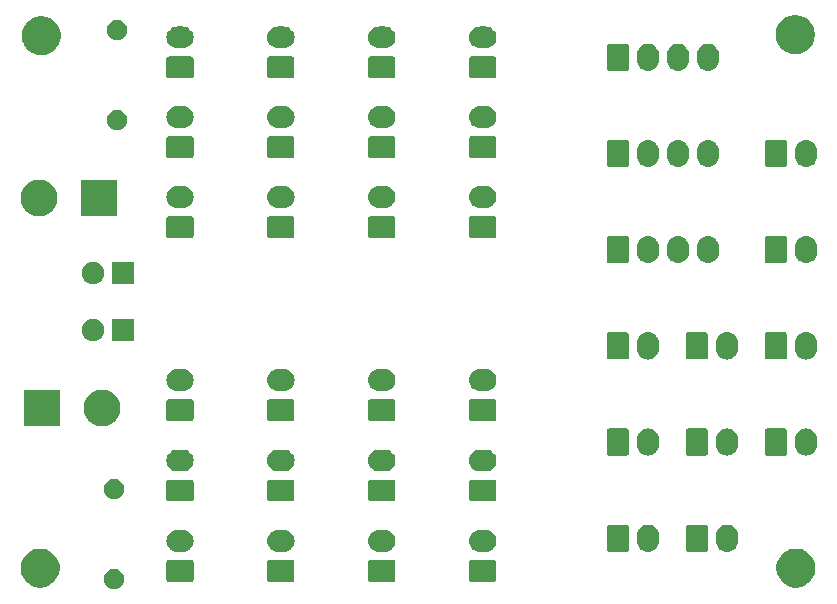
<source format=gbr>
G04 #@! TF.GenerationSoftware,KiCad,Pcbnew,(5.1.5-0-10_14)*
G04 #@! TF.CreationDate,2020-06-22T11:24:24+10:00*
G04 #@! TF.ProjectId,PowerDistribution,506f7765-7244-4697-9374-726962757469,rev?*
G04 #@! TF.SameCoordinates,Original*
G04 #@! TF.FileFunction,Soldermask,Top*
G04 #@! TF.FilePolarity,Negative*
%FSLAX46Y46*%
G04 Gerber Fmt 4.6, Leading zero omitted, Abs format (unit mm)*
G04 Created by KiCad (PCBNEW (5.1.5-0-10_14)) date 2020-06-22 11:24:24*
%MOMM*%
%LPD*%
G04 APERTURE LIST*
%ADD10C,0.100000*%
G04 APERTURE END LIST*
D10*
G36*
X110992228Y-103829703D02*
G01*
X111147100Y-103893853D01*
X111286481Y-103986985D01*
X111405015Y-104105519D01*
X111498147Y-104244900D01*
X111562297Y-104399772D01*
X111595000Y-104564184D01*
X111595000Y-104731816D01*
X111562297Y-104896228D01*
X111498147Y-105051100D01*
X111405015Y-105190481D01*
X111286481Y-105309015D01*
X111147100Y-105402147D01*
X110992228Y-105466297D01*
X110827816Y-105499000D01*
X110660184Y-105499000D01*
X110495772Y-105466297D01*
X110340900Y-105402147D01*
X110201519Y-105309015D01*
X110082985Y-105190481D01*
X109989853Y-105051100D01*
X109925703Y-104896228D01*
X109893000Y-104731816D01*
X109893000Y-104564184D01*
X109925703Y-104399772D01*
X109989853Y-104244900D01*
X110082985Y-104105519D01*
X110201519Y-103986985D01*
X110340900Y-103893853D01*
X110495772Y-103829703D01*
X110660184Y-103797000D01*
X110827816Y-103797000D01*
X110992228Y-103829703D01*
G37*
G36*
X104855256Y-102111298D02*
G01*
X104961579Y-102132447D01*
X105262042Y-102256903D01*
X105532451Y-102437585D01*
X105762415Y-102667549D01*
X105943097Y-102937958D01*
X106035327Y-103160620D01*
X106067553Y-103238422D01*
X106131000Y-103557389D01*
X106131000Y-103882611D01*
X106088702Y-104095256D01*
X106067553Y-104201579D01*
X105943097Y-104502042D01*
X105762415Y-104772451D01*
X105532451Y-105002415D01*
X105262042Y-105183097D01*
X105262041Y-105183098D01*
X105262040Y-105183098D01*
X105174037Y-105219550D01*
X104961579Y-105307553D01*
X104855256Y-105328702D01*
X104642611Y-105371000D01*
X104317389Y-105371000D01*
X104104744Y-105328702D01*
X103998421Y-105307553D01*
X103785963Y-105219550D01*
X103697960Y-105183098D01*
X103697959Y-105183098D01*
X103697958Y-105183097D01*
X103427549Y-105002415D01*
X103197585Y-104772451D01*
X103016903Y-104502042D01*
X102892447Y-104201579D01*
X102871298Y-104095256D01*
X102829000Y-103882611D01*
X102829000Y-103557389D01*
X102892447Y-103238422D01*
X102924674Y-103160620D01*
X103016903Y-102937958D01*
X103197585Y-102667549D01*
X103427549Y-102437585D01*
X103697958Y-102256903D01*
X103998421Y-102132447D01*
X104104744Y-102111298D01*
X104317389Y-102069000D01*
X104642611Y-102069000D01*
X104855256Y-102111298D01*
G37*
G36*
X168845256Y-102111298D02*
G01*
X168951579Y-102132447D01*
X169252042Y-102256903D01*
X169522451Y-102437585D01*
X169752415Y-102667549D01*
X169933097Y-102937958D01*
X170025327Y-103160620D01*
X170057553Y-103238422D01*
X170121000Y-103557389D01*
X170121000Y-103882611D01*
X170078702Y-104095256D01*
X170057553Y-104201579D01*
X169933097Y-104502042D01*
X169752415Y-104772451D01*
X169522451Y-105002415D01*
X169252042Y-105183097D01*
X169252041Y-105183098D01*
X169252040Y-105183098D01*
X169164037Y-105219550D01*
X168951579Y-105307553D01*
X168845256Y-105328702D01*
X168632611Y-105371000D01*
X168307389Y-105371000D01*
X168094744Y-105328702D01*
X167988421Y-105307553D01*
X167775963Y-105219550D01*
X167687960Y-105183098D01*
X167687959Y-105183098D01*
X167687958Y-105183097D01*
X167417549Y-105002415D01*
X167187585Y-104772451D01*
X167006903Y-104502042D01*
X166882447Y-104201579D01*
X166861298Y-104095256D01*
X166819000Y-103882611D01*
X166819000Y-103557389D01*
X166882447Y-103238422D01*
X166914674Y-103160620D01*
X167006903Y-102937958D01*
X167187585Y-102667549D01*
X167417549Y-102437585D01*
X167687958Y-102256903D01*
X167988421Y-102132447D01*
X168094744Y-102111298D01*
X168307389Y-102069000D01*
X168632611Y-102069000D01*
X168845256Y-102111298D01*
G37*
G36*
X117335561Y-103046966D02*
G01*
X117368383Y-103056923D01*
X117398632Y-103073092D01*
X117425148Y-103094852D01*
X117446908Y-103121368D01*
X117463077Y-103151617D01*
X117473034Y-103184439D01*
X117477000Y-103224713D01*
X117477000Y-104703287D01*
X117473034Y-104743561D01*
X117463077Y-104776383D01*
X117446908Y-104806632D01*
X117425148Y-104833148D01*
X117398632Y-104854908D01*
X117368383Y-104871077D01*
X117335561Y-104881034D01*
X117295287Y-104885000D01*
X115356713Y-104885000D01*
X115316439Y-104881034D01*
X115283617Y-104871077D01*
X115253368Y-104854908D01*
X115226852Y-104833148D01*
X115205092Y-104806632D01*
X115188923Y-104776383D01*
X115178966Y-104743561D01*
X115175000Y-104703287D01*
X115175000Y-103224713D01*
X115178966Y-103184439D01*
X115188923Y-103151617D01*
X115205092Y-103121368D01*
X115226852Y-103094852D01*
X115253368Y-103073092D01*
X115283617Y-103056923D01*
X115316439Y-103046966D01*
X115356713Y-103043000D01*
X117295287Y-103043000D01*
X117335561Y-103046966D01*
G37*
G36*
X142975561Y-103046966D02*
G01*
X143008383Y-103056923D01*
X143038632Y-103073092D01*
X143065148Y-103094852D01*
X143086908Y-103121368D01*
X143103077Y-103151617D01*
X143113034Y-103184439D01*
X143117000Y-103224713D01*
X143117000Y-104703287D01*
X143113034Y-104743561D01*
X143103077Y-104776383D01*
X143086908Y-104806632D01*
X143065148Y-104833148D01*
X143038632Y-104854908D01*
X143008383Y-104871077D01*
X142975561Y-104881034D01*
X142935287Y-104885000D01*
X140996713Y-104885000D01*
X140956439Y-104881034D01*
X140923617Y-104871077D01*
X140893368Y-104854908D01*
X140866852Y-104833148D01*
X140845092Y-104806632D01*
X140828923Y-104776383D01*
X140818966Y-104743561D01*
X140815000Y-104703287D01*
X140815000Y-103224713D01*
X140818966Y-103184439D01*
X140828923Y-103151617D01*
X140845092Y-103121368D01*
X140866852Y-103094852D01*
X140893368Y-103073092D01*
X140923617Y-103056923D01*
X140956439Y-103046966D01*
X140996713Y-103043000D01*
X142935287Y-103043000D01*
X142975561Y-103046966D01*
G37*
G36*
X134428561Y-103046966D02*
G01*
X134461383Y-103056923D01*
X134491632Y-103073092D01*
X134518148Y-103094852D01*
X134539908Y-103121368D01*
X134556077Y-103151617D01*
X134566034Y-103184439D01*
X134570000Y-103224713D01*
X134570000Y-104703287D01*
X134566034Y-104743561D01*
X134556077Y-104776383D01*
X134539908Y-104806632D01*
X134518148Y-104833148D01*
X134491632Y-104854908D01*
X134461383Y-104871077D01*
X134428561Y-104881034D01*
X134388287Y-104885000D01*
X132449713Y-104885000D01*
X132409439Y-104881034D01*
X132376617Y-104871077D01*
X132346368Y-104854908D01*
X132319852Y-104833148D01*
X132298092Y-104806632D01*
X132281923Y-104776383D01*
X132271966Y-104743561D01*
X132268000Y-104703287D01*
X132268000Y-103224713D01*
X132271966Y-103184439D01*
X132281923Y-103151617D01*
X132298092Y-103121368D01*
X132319852Y-103094852D01*
X132346368Y-103073092D01*
X132376617Y-103056923D01*
X132409439Y-103046966D01*
X132449713Y-103043000D01*
X134388287Y-103043000D01*
X134428561Y-103046966D01*
G37*
G36*
X125882561Y-103046966D02*
G01*
X125915383Y-103056923D01*
X125945632Y-103073092D01*
X125972148Y-103094852D01*
X125993908Y-103121368D01*
X126010077Y-103151617D01*
X126020034Y-103184439D01*
X126024000Y-103224713D01*
X126024000Y-104703287D01*
X126020034Y-104743561D01*
X126010077Y-104776383D01*
X125993908Y-104806632D01*
X125972148Y-104833148D01*
X125945632Y-104854908D01*
X125915383Y-104871077D01*
X125882561Y-104881034D01*
X125842287Y-104885000D01*
X123903713Y-104885000D01*
X123863439Y-104881034D01*
X123830617Y-104871077D01*
X123800368Y-104854908D01*
X123773852Y-104833148D01*
X123752092Y-104806632D01*
X123735923Y-104776383D01*
X123725966Y-104743561D01*
X123722000Y-104703287D01*
X123722000Y-103224713D01*
X123725966Y-103184439D01*
X123735923Y-103151617D01*
X123752092Y-103121368D01*
X123773852Y-103094852D01*
X123800368Y-103073092D01*
X123830617Y-103056923D01*
X123863439Y-103046966D01*
X123903713Y-103043000D01*
X125842287Y-103043000D01*
X125882561Y-103046966D01*
G37*
G36*
X162814547Y-100062326D02*
G01*
X162988156Y-100114990D01*
X162988158Y-100114991D01*
X163148155Y-100200511D01*
X163288397Y-100315603D01*
X163367729Y-100412271D01*
X163403489Y-100455844D01*
X163489010Y-100615843D01*
X163541674Y-100789452D01*
X163555000Y-100924756D01*
X163555000Y-101475243D01*
X163541674Y-101610548D01*
X163489010Y-101784157D01*
X163403489Y-101944156D01*
X163367729Y-101987729D01*
X163288397Y-102084397D01*
X163191729Y-102163729D01*
X163148156Y-102199489D01*
X162988157Y-102285010D01*
X162814548Y-102337674D01*
X162634000Y-102355456D01*
X162453453Y-102337674D01*
X162279844Y-102285010D01*
X162119845Y-102199489D01*
X162076272Y-102163729D01*
X161979604Y-102084397D01*
X161864513Y-101944157D01*
X161864512Y-101944155D01*
X161778990Y-101784157D01*
X161726326Y-101610548D01*
X161713000Y-101475244D01*
X161713000Y-100924757D01*
X161726326Y-100789453D01*
X161778990Y-100615844D01*
X161864511Y-100455845D01*
X161864512Y-100455844D01*
X161979603Y-100315603D01*
X162105388Y-100212375D01*
X162119844Y-100200511D01*
X162279843Y-100114990D01*
X162453452Y-100062326D01*
X162634000Y-100044544D01*
X162814547Y-100062326D01*
G37*
G36*
X156120547Y-100062326D02*
G01*
X156294156Y-100114990D01*
X156294158Y-100114991D01*
X156454155Y-100200511D01*
X156594397Y-100315603D01*
X156673729Y-100412271D01*
X156709489Y-100455844D01*
X156795010Y-100615843D01*
X156847674Y-100789452D01*
X156861000Y-100924756D01*
X156861000Y-101475243D01*
X156847674Y-101610548D01*
X156795010Y-101784157D01*
X156709489Y-101944156D01*
X156673729Y-101987729D01*
X156594397Y-102084397D01*
X156497729Y-102163729D01*
X156454156Y-102199489D01*
X156294157Y-102285010D01*
X156120548Y-102337674D01*
X155940000Y-102355456D01*
X155759453Y-102337674D01*
X155585844Y-102285010D01*
X155425845Y-102199489D01*
X155382272Y-102163729D01*
X155285604Y-102084397D01*
X155170513Y-101944157D01*
X155170512Y-101944155D01*
X155084990Y-101784157D01*
X155032326Y-101610548D01*
X155019000Y-101475244D01*
X155019000Y-100924757D01*
X155032326Y-100789453D01*
X155084990Y-100615844D01*
X155170511Y-100455845D01*
X155170512Y-100455844D01*
X155285603Y-100315603D01*
X155411388Y-100212375D01*
X155425844Y-100200511D01*
X155585843Y-100114990D01*
X155759452Y-100062326D01*
X155940000Y-100044544D01*
X156120547Y-100062326D01*
G37*
G36*
X154179561Y-100052966D02*
G01*
X154212383Y-100062923D01*
X154242632Y-100079092D01*
X154269148Y-100100852D01*
X154290908Y-100127368D01*
X154307077Y-100157617D01*
X154317034Y-100190439D01*
X154321000Y-100230713D01*
X154321000Y-102169287D01*
X154317034Y-102209561D01*
X154307077Y-102242383D01*
X154290908Y-102272632D01*
X154269148Y-102299148D01*
X154242632Y-102320908D01*
X154212383Y-102337077D01*
X154179561Y-102347034D01*
X154139287Y-102351000D01*
X152660713Y-102351000D01*
X152620439Y-102347034D01*
X152587617Y-102337077D01*
X152557368Y-102320908D01*
X152530852Y-102299148D01*
X152509092Y-102272632D01*
X152492923Y-102242383D01*
X152482966Y-102209561D01*
X152479000Y-102169287D01*
X152479000Y-100230713D01*
X152482966Y-100190439D01*
X152492923Y-100157617D01*
X152509092Y-100127368D01*
X152530852Y-100100852D01*
X152557368Y-100079092D01*
X152587617Y-100062923D01*
X152620439Y-100052966D01*
X152660713Y-100049000D01*
X154139287Y-100049000D01*
X154179561Y-100052966D01*
G37*
G36*
X160873561Y-100052966D02*
G01*
X160906383Y-100062923D01*
X160936632Y-100079092D01*
X160963148Y-100100852D01*
X160984908Y-100127368D01*
X161001077Y-100157617D01*
X161011034Y-100190439D01*
X161015000Y-100230713D01*
X161015000Y-102169287D01*
X161011034Y-102209561D01*
X161001077Y-102242383D01*
X160984908Y-102272632D01*
X160963148Y-102299148D01*
X160936632Y-102320908D01*
X160906383Y-102337077D01*
X160873561Y-102347034D01*
X160833287Y-102351000D01*
X159354713Y-102351000D01*
X159314439Y-102347034D01*
X159281617Y-102337077D01*
X159251368Y-102320908D01*
X159224852Y-102299148D01*
X159203092Y-102272632D01*
X159186923Y-102242383D01*
X159176966Y-102209561D01*
X159173000Y-102169287D01*
X159173000Y-100230713D01*
X159176966Y-100190439D01*
X159186923Y-100157617D01*
X159203092Y-100127368D01*
X159224852Y-100100852D01*
X159251368Y-100079092D01*
X159281617Y-100062923D01*
X159314439Y-100052966D01*
X159354713Y-100049000D01*
X160833287Y-100049000D01*
X160873561Y-100052966D01*
G37*
G36*
X116646345Y-100507442D02*
G01*
X116736548Y-100516326D01*
X116910157Y-100568990D01*
X117070156Y-100654511D01*
X117113729Y-100690271D01*
X117210397Y-100769603D01*
X117289729Y-100866271D01*
X117325489Y-100909844D01*
X117411010Y-101069843D01*
X117463674Y-101243452D01*
X117481456Y-101424000D01*
X117463674Y-101604548D01*
X117411010Y-101778157D01*
X117325489Y-101938156D01*
X117289729Y-101981729D01*
X117210397Y-102078397D01*
X117113729Y-102157729D01*
X117070156Y-102193489D01*
X116910157Y-102279010D01*
X116736548Y-102331674D01*
X116646345Y-102340558D01*
X116601245Y-102345000D01*
X116050755Y-102345000D01*
X116005655Y-102340558D01*
X115915452Y-102331674D01*
X115741843Y-102279010D01*
X115581844Y-102193489D01*
X115538271Y-102157729D01*
X115441603Y-102078397D01*
X115362271Y-101981729D01*
X115326511Y-101938156D01*
X115240990Y-101778157D01*
X115188326Y-101604548D01*
X115170544Y-101424000D01*
X115188326Y-101243452D01*
X115240990Y-101069843D01*
X115326511Y-100909844D01*
X115362271Y-100866271D01*
X115441603Y-100769603D01*
X115538271Y-100690271D01*
X115581844Y-100654511D01*
X115741843Y-100568990D01*
X115915452Y-100516326D01*
X116005655Y-100507442D01*
X116050755Y-100503000D01*
X116601245Y-100503000D01*
X116646345Y-100507442D01*
G37*
G36*
X125193345Y-100507442D02*
G01*
X125283548Y-100516326D01*
X125457157Y-100568990D01*
X125617156Y-100654511D01*
X125660729Y-100690271D01*
X125757397Y-100769603D01*
X125836729Y-100866271D01*
X125872489Y-100909844D01*
X125958010Y-101069843D01*
X126010674Y-101243452D01*
X126028456Y-101424000D01*
X126010674Y-101604548D01*
X125958010Y-101778157D01*
X125872489Y-101938156D01*
X125836729Y-101981729D01*
X125757397Y-102078397D01*
X125660729Y-102157729D01*
X125617156Y-102193489D01*
X125457157Y-102279010D01*
X125283548Y-102331674D01*
X125193345Y-102340558D01*
X125148245Y-102345000D01*
X124597755Y-102345000D01*
X124552655Y-102340558D01*
X124462452Y-102331674D01*
X124288843Y-102279010D01*
X124128844Y-102193489D01*
X124085271Y-102157729D01*
X123988603Y-102078397D01*
X123909271Y-101981729D01*
X123873511Y-101938156D01*
X123787990Y-101778157D01*
X123735326Y-101604548D01*
X123717544Y-101424000D01*
X123735326Y-101243452D01*
X123787990Y-101069843D01*
X123873511Y-100909844D01*
X123909271Y-100866271D01*
X123988603Y-100769603D01*
X124085271Y-100690271D01*
X124128844Y-100654511D01*
X124288843Y-100568990D01*
X124462452Y-100516326D01*
X124552655Y-100507442D01*
X124597755Y-100503000D01*
X125148245Y-100503000D01*
X125193345Y-100507442D01*
G37*
G36*
X133739345Y-100507442D02*
G01*
X133829548Y-100516326D01*
X134003157Y-100568990D01*
X134163156Y-100654511D01*
X134206729Y-100690271D01*
X134303397Y-100769603D01*
X134382729Y-100866271D01*
X134418489Y-100909844D01*
X134504010Y-101069843D01*
X134556674Y-101243452D01*
X134574456Y-101424000D01*
X134556674Y-101604548D01*
X134504010Y-101778157D01*
X134418489Y-101938156D01*
X134382729Y-101981729D01*
X134303397Y-102078397D01*
X134206729Y-102157729D01*
X134163156Y-102193489D01*
X134003157Y-102279010D01*
X133829548Y-102331674D01*
X133739345Y-102340558D01*
X133694245Y-102345000D01*
X133143755Y-102345000D01*
X133098655Y-102340558D01*
X133008452Y-102331674D01*
X132834843Y-102279010D01*
X132674844Y-102193489D01*
X132631271Y-102157729D01*
X132534603Y-102078397D01*
X132455271Y-101981729D01*
X132419511Y-101938156D01*
X132333990Y-101778157D01*
X132281326Y-101604548D01*
X132263544Y-101424000D01*
X132281326Y-101243452D01*
X132333990Y-101069843D01*
X132419511Y-100909844D01*
X132455271Y-100866271D01*
X132534603Y-100769603D01*
X132631271Y-100690271D01*
X132674844Y-100654511D01*
X132834843Y-100568990D01*
X133008452Y-100516326D01*
X133098655Y-100507442D01*
X133143755Y-100503000D01*
X133694245Y-100503000D01*
X133739345Y-100507442D01*
G37*
G36*
X142286345Y-100507442D02*
G01*
X142376548Y-100516326D01*
X142550157Y-100568990D01*
X142710156Y-100654511D01*
X142753729Y-100690271D01*
X142850397Y-100769603D01*
X142929729Y-100866271D01*
X142965489Y-100909844D01*
X143051010Y-101069843D01*
X143103674Y-101243452D01*
X143121456Y-101424000D01*
X143103674Y-101604548D01*
X143051010Y-101778157D01*
X142965489Y-101938156D01*
X142929729Y-101981729D01*
X142850397Y-102078397D01*
X142753729Y-102157729D01*
X142710156Y-102193489D01*
X142550157Y-102279010D01*
X142376548Y-102331674D01*
X142286345Y-102340558D01*
X142241245Y-102345000D01*
X141690755Y-102345000D01*
X141645655Y-102340558D01*
X141555452Y-102331674D01*
X141381843Y-102279010D01*
X141221844Y-102193489D01*
X141178271Y-102157729D01*
X141081603Y-102078397D01*
X141002271Y-101981729D01*
X140966511Y-101938156D01*
X140880990Y-101778157D01*
X140828326Y-101604548D01*
X140810544Y-101424000D01*
X140828326Y-101243452D01*
X140880990Y-101069843D01*
X140966511Y-100909844D01*
X141002271Y-100866271D01*
X141081603Y-100769603D01*
X141178271Y-100690271D01*
X141221844Y-100654511D01*
X141381843Y-100568990D01*
X141555452Y-100516326D01*
X141645655Y-100507442D01*
X141690755Y-100503000D01*
X142241245Y-100503000D01*
X142286345Y-100507442D01*
G37*
G36*
X142975561Y-96236966D02*
G01*
X143008383Y-96246923D01*
X143038632Y-96263092D01*
X143065148Y-96284852D01*
X143086908Y-96311368D01*
X143103077Y-96341617D01*
X143113034Y-96374439D01*
X143117000Y-96414713D01*
X143117000Y-97893287D01*
X143113034Y-97933561D01*
X143103077Y-97966383D01*
X143086908Y-97996632D01*
X143065148Y-98023148D01*
X143038632Y-98044908D01*
X143008383Y-98061077D01*
X142975561Y-98071034D01*
X142935287Y-98075000D01*
X140996713Y-98075000D01*
X140956439Y-98071034D01*
X140923617Y-98061077D01*
X140893368Y-98044908D01*
X140866852Y-98023148D01*
X140845092Y-97996632D01*
X140828923Y-97966383D01*
X140818966Y-97933561D01*
X140815000Y-97893287D01*
X140815000Y-96414713D01*
X140818966Y-96374439D01*
X140828923Y-96341617D01*
X140845092Y-96311368D01*
X140866852Y-96284852D01*
X140893368Y-96263092D01*
X140923617Y-96246923D01*
X140956439Y-96236966D01*
X140996713Y-96233000D01*
X142935287Y-96233000D01*
X142975561Y-96236966D01*
G37*
G36*
X134428561Y-96236966D02*
G01*
X134461383Y-96246923D01*
X134491632Y-96263092D01*
X134518148Y-96284852D01*
X134539908Y-96311368D01*
X134556077Y-96341617D01*
X134566034Y-96374439D01*
X134570000Y-96414713D01*
X134570000Y-97893287D01*
X134566034Y-97933561D01*
X134556077Y-97966383D01*
X134539908Y-97996632D01*
X134518148Y-98023148D01*
X134491632Y-98044908D01*
X134461383Y-98061077D01*
X134428561Y-98071034D01*
X134388287Y-98075000D01*
X132449713Y-98075000D01*
X132409439Y-98071034D01*
X132376617Y-98061077D01*
X132346368Y-98044908D01*
X132319852Y-98023148D01*
X132298092Y-97996632D01*
X132281923Y-97966383D01*
X132271966Y-97933561D01*
X132268000Y-97893287D01*
X132268000Y-96414713D01*
X132271966Y-96374439D01*
X132281923Y-96341617D01*
X132298092Y-96311368D01*
X132319852Y-96284852D01*
X132346368Y-96263092D01*
X132376617Y-96246923D01*
X132409439Y-96236966D01*
X132449713Y-96233000D01*
X134388287Y-96233000D01*
X134428561Y-96236966D01*
G37*
G36*
X125882561Y-96236966D02*
G01*
X125915383Y-96246923D01*
X125945632Y-96263092D01*
X125972148Y-96284852D01*
X125993908Y-96311368D01*
X126010077Y-96341617D01*
X126020034Y-96374439D01*
X126024000Y-96414713D01*
X126024000Y-97893287D01*
X126020034Y-97933561D01*
X126010077Y-97966383D01*
X125993908Y-97996632D01*
X125972148Y-98023148D01*
X125945632Y-98044908D01*
X125915383Y-98061077D01*
X125882561Y-98071034D01*
X125842287Y-98075000D01*
X123903713Y-98075000D01*
X123863439Y-98071034D01*
X123830617Y-98061077D01*
X123800368Y-98044908D01*
X123773852Y-98023148D01*
X123752092Y-97996632D01*
X123735923Y-97966383D01*
X123725966Y-97933561D01*
X123722000Y-97893287D01*
X123722000Y-96414713D01*
X123725966Y-96374439D01*
X123735923Y-96341617D01*
X123752092Y-96311368D01*
X123773852Y-96284852D01*
X123800368Y-96263092D01*
X123830617Y-96246923D01*
X123863439Y-96236966D01*
X123903713Y-96233000D01*
X125842287Y-96233000D01*
X125882561Y-96236966D01*
G37*
G36*
X117335561Y-96236966D02*
G01*
X117368383Y-96246923D01*
X117398632Y-96263092D01*
X117425148Y-96284852D01*
X117446908Y-96311368D01*
X117463077Y-96341617D01*
X117473034Y-96374439D01*
X117477000Y-96414713D01*
X117477000Y-97893287D01*
X117473034Y-97933561D01*
X117463077Y-97966383D01*
X117446908Y-97996632D01*
X117425148Y-98023148D01*
X117398632Y-98044908D01*
X117368383Y-98061077D01*
X117335561Y-98071034D01*
X117295287Y-98075000D01*
X115356713Y-98075000D01*
X115316439Y-98071034D01*
X115283617Y-98061077D01*
X115253368Y-98044908D01*
X115226852Y-98023148D01*
X115205092Y-97996632D01*
X115188923Y-97966383D01*
X115178966Y-97933561D01*
X115175000Y-97893287D01*
X115175000Y-96414713D01*
X115178966Y-96374439D01*
X115188923Y-96341617D01*
X115205092Y-96311368D01*
X115226852Y-96284852D01*
X115253368Y-96263092D01*
X115283617Y-96246923D01*
X115316439Y-96236966D01*
X115356713Y-96233000D01*
X117295287Y-96233000D01*
X117335561Y-96236966D01*
G37*
G36*
X110992228Y-96209703D02*
G01*
X111147100Y-96273853D01*
X111286481Y-96366985D01*
X111405015Y-96485519D01*
X111498147Y-96624900D01*
X111562297Y-96779772D01*
X111595000Y-96944184D01*
X111595000Y-97111816D01*
X111562297Y-97276228D01*
X111498147Y-97431100D01*
X111405015Y-97570481D01*
X111286481Y-97689015D01*
X111147100Y-97782147D01*
X110992228Y-97846297D01*
X110827816Y-97879000D01*
X110660184Y-97879000D01*
X110495772Y-97846297D01*
X110340900Y-97782147D01*
X110201519Y-97689015D01*
X110082985Y-97570481D01*
X109989853Y-97431100D01*
X109925703Y-97276228D01*
X109893000Y-97111816D01*
X109893000Y-96944184D01*
X109925703Y-96779772D01*
X109989853Y-96624900D01*
X110082985Y-96485519D01*
X110201519Y-96366985D01*
X110340900Y-96273853D01*
X110495772Y-96209703D01*
X110660184Y-96177000D01*
X110827816Y-96177000D01*
X110992228Y-96209703D01*
G37*
G36*
X133739345Y-93697442D02*
G01*
X133829548Y-93706326D01*
X134003157Y-93758990D01*
X134163156Y-93844511D01*
X134206729Y-93880271D01*
X134303397Y-93959603D01*
X134372351Y-94043625D01*
X134418489Y-94099844D01*
X134504010Y-94259843D01*
X134556674Y-94433452D01*
X134574456Y-94614000D01*
X134556674Y-94794548D01*
X134504010Y-94968157D01*
X134418489Y-95128156D01*
X134382729Y-95171729D01*
X134303397Y-95268397D01*
X134206729Y-95347729D01*
X134163156Y-95383489D01*
X134003157Y-95469010D01*
X133829548Y-95521674D01*
X133739345Y-95530558D01*
X133694245Y-95535000D01*
X133143755Y-95535000D01*
X133098655Y-95530558D01*
X133008452Y-95521674D01*
X132834843Y-95469010D01*
X132674844Y-95383489D01*
X132631271Y-95347729D01*
X132534603Y-95268397D01*
X132455271Y-95171729D01*
X132419511Y-95128156D01*
X132333990Y-94968157D01*
X132281326Y-94794548D01*
X132263544Y-94614000D01*
X132281326Y-94433452D01*
X132333990Y-94259843D01*
X132419511Y-94099844D01*
X132465649Y-94043625D01*
X132534603Y-93959603D01*
X132631271Y-93880271D01*
X132674844Y-93844511D01*
X132834843Y-93758990D01*
X133008452Y-93706326D01*
X133098655Y-93697442D01*
X133143755Y-93693000D01*
X133694245Y-93693000D01*
X133739345Y-93697442D01*
G37*
G36*
X142286345Y-93697442D02*
G01*
X142376548Y-93706326D01*
X142550157Y-93758990D01*
X142710156Y-93844511D01*
X142753729Y-93880271D01*
X142850397Y-93959603D01*
X142919351Y-94043625D01*
X142965489Y-94099844D01*
X143051010Y-94259843D01*
X143103674Y-94433452D01*
X143121456Y-94614000D01*
X143103674Y-94794548D01*
X143051010Y-94968157D01*
X142965489Y-95128156D01*
X142929729Y-95171729D01*
X142850397Y-95268397D01*
X142753729Y-95347729D01*
X142710156Y-95383489D01*
X142550157Y-95469010D01*
X142376548Y-95521674D01*
X142286345Y-95530558D01*
X142241245Y-95535000D01*
X141690755Y-95535000D01*
X141645655Y-95530558D01*
X141555452Y-95521674D01*
X141381843Y-95469010D01*
X141221844Y-95383489D01*
X141178271Y-95347729D01*
X141081603Y-95268397D01*
X141002271Y-95171729D01*
X140966511Y-95128156D01*
X140880990Y-94968157D01*
X140828326Y-94794548D01*
X140810544Y-94614000D01*
X140828326Y-94433452D01*
X140880990Y-94259843D01*
X140966511Y-94099844D01*
X141012649Y-94043625D01*
X141081603Y-93959603D01*
X141178271Y-93880271D01*
X141221844Y-93844511D01*
X141381843Y-93758990D01*
X141555452Y-93706326D01*
X141645655Y-93697442D01*
X141690755Y-93693000D01*
X142241245Y-93693000D01*
X142286345Y-93697442D01*
G37*
G36*
X116646345Y-93697442D02*
G01*
X116736548Y-93706326D01*
X116910157Y-93758990D01*
X117070156Y-93844511D01*
X117113729Y-93880271D01*
X117210397Y-93959603D01*
X117279351Y-94043625D01*
X117325489Y-94099844D01*
X117411010Y-94259843D01*
X117463674Y-94433452D01*
X117481456Y-94614000D01*
X117463674Y-94794548D01*
X117411010Y-94968157D01*
X117325489Y-95128156D01*
X117289729Y-95171729D01*
X117210397Y-95268397D01*
X117113729Y-95347729D01*
X117070156Y-95383489D01*
X116910157Y-95469010D01*
X116736548Y-95521674D01*
X116646345Y-95530558D01*
X116601245Y-95535000D01*
X116050755Y-95535000D01*
X116005655Y-95530558D01*
X115915452Y-95521674D01*
X115741843Y-95469010D01*
X115581844Y-95383489D01*
X115538271Y-95347729D01*
X115441603Y-95268397D01*
X115362271Y-95171729D01*
X115326511Y-95128156D01*
X115240990Y-94968157D01*
X115188326Y-94794548D01*
X115170544Y-94614000D01*
X115188326Y-94433452D01*
X115240990Y-94259843D01*
X115326511Y-94099844D01*
X115372649Y-94043625D01*
X115441603Y-93959603D01*
X115538271Y-93880271D01*
X115581844Y-93844511D01*
X115741843Y-93758990D01*
X115915452Y-93706326D01*
X116005655Y-93697442D01*
X116050755Y-93693000D01*
X116601245Y-93693000D01*
X116646345Y-93697442D01*
G37*
G36*
X125193345Y-93697442D02*
G01*
X125283548Y-93706326D01*
X125457157Y-93758990D01*
X125617156Y-93844511D01*
X125660729Y-93880271D01*
X125757397Y-93959603D01*
X125826351Y-94043625D01*
X125872489Y-94099844D01*
X125958010Y-94259843D01*
X126010674Y-94433452D01*
X126028456Y-94614000D01*
X126010674Y-94794548D01*
X125958010Y-94968157D01*
X125872489Y-95128156D01*
X125836729Y-95171729D01*
X125757397Y-95268397D01*
X125660729Y-95347729D01*
X125617156Y-95383489D01*
X125457157Y-95469010D01*
X125283548Y-95521674D01*
X125193345Y-95530558D01*
X125148245Y-95535000D01*
X124597755Y-95535000D01*
X124552655Y-95530558D01*
X124462452Y-95521674D01*
X124288843Y-95469010D01*
X124128844Y-95383489D01*
X124085271Y-95347729D01*
X123988603Y-95268397D01*
X123909271Y-95171729D01*
X123873511Y-95128156D01*
X123787990Y-94968157D01*
X123735326Y-94794548D01*
X123717544Y-94614000D01*
X123735326Y-94433452D01*
X123787990Y-94259843D01*
X123873511Y-94099844D01*
X123919649Y-94043625D01*
X123988603Y-93959603D01*
X124085271Y-93880271D01*
X124128844Y-93844511D01*
X124288843Y-93758990D01*
X124462452Y-93706326D01*
X124552655Y-93697442D01*
X124597755Y-93693000D01*
X125148245Y-93693000D01*
X125193345Y-93697442D01*
G37*
G36*
X162814547Y-91918326D02*
G01*
X162988156Y-91970990D01*
X162988158Y-91970991D01*
X163148155Y-92056511D01*
X163288397Y-92171603D01*
X163367729Y-92268271D01*
X163403489Y-92311844D01*
X163489010Y-92471843D01*
X163541674Y-92645452D01*
X163555000Y-92780756D01*
X163555000Y-93331243D01*
X163541674Y-93466548D01*
X163489010Y-93640157D01*
X163403489Y-93800156D01*
X163367729Y-93843729D01*
X163288397Y-93940397D01*
X163191729Y-94019729D01*
X163148156Y-94055489D01*
X162988157Y-94141010D01*
X162814548Y-94193674D01*
X162634000Y-94211456D01*
X162453453Y-94193674D01*
X162279844Y-94141010D01*
X162119845Y-94055489D01*
X162076272Y-94019729D01*
X161979604Y-93940397D01*
X161864513Y-93800157D01*
X161864512Y-93800155D01*
X161778990Y-93640157D01*
X161726326Y-93466548D01*
X161713000Y-93331244D01*
X161713000Y-92780757D01*
X161726326Y-92645453D01*
X161778990Y-92471844D01*
X161864511Y-92311845D01*
X161864512Y-92311844D01*
X161979603Y-92171603D01*
X162105388Y-92068375D01*
X162119844Y-92056511D01*
X162279843Y-91970990D01*
X162453452Y-91918326D01*
X162634000Y-91900544D01*
X162814547Y-91918326D01*
G37*
G36*
X156120547Y-91918326D02*
G01*
X156294156Y-91970990D01*
X156294158Y-91970991D01*
X156454155Y-92056511D01*
X156594397Y-92171603D01*
X156673729Y-92268271D01*
X156709489Y-92311844D01*
X156795010Y-92471843D01*
X156847674Y-92645452D01*
X156861000Y-92780756D01*
X156861000Y-93331243D01*
X156847674Y-93466548D01*
X156795010Y-93640157D01*
X156709489Y-93800156D01*
X156673729Y-93843729D01*
X156594397Y-93940397D01*
X156497729Y-94019729D01*
X156454156Y-94055489D01*
X156294157Y-94141010D01*
X156120548Y-94193674D01*
X155940000Y-94211456D01*
X155759453Y-94193674D01*
X155585844Y-94141010D01*
X155425845Y-94055489D01*
X155382272Y-94019729D01*
X155285604Y-93940397D01*
X155170513Y-93800157D01*
X155170512Y-93800155D01*
X155084990Y-93640157D01*
X155032326Y-93466548D01*
X155019000Y-93331244D01*
X155019000Y-92780757D01*
X155032326Y-92645453D01*
X155084990Y-92471844D01*
X155170511Y-92311845D01*
X155170512Y-92311844D01*
X155285603Y-92171603D01*
X155411388Y-92068375D01*
X155425844Y-92056511D01*
X155585843Y-91970990D01*
X155759452Y-91918326D01*
X155940000Y-91900544D01*
X156120547Y-91918326D01*
G37*
G36*
X169508547Y-91918326D02*
G01*
X169682156Y-91970990D01*
X169682158Y-91970991D01*
X169842155Y-92056511D01*
X169982397Y-92171603D01*
X170061729Y-92268271D01*
X170097489Y-92311844D01*
X170183010Y-92471843D01*
X170235674Y-92645452D01*
X170249000Y-92780756D01*
X170249000Y-93331243D01*
X170235674Y-93466548D01*
X170183010Y-93640157D01*
X170097489Y-93800156D01*
X170061729Y-93843729D01*
X169982397Y-93940397D01*
X169885729Y-94019729D01*
X169842156Y-94055489D01*
X169682157Y-94141010D01*
X169508548Y-94193674D01*
X169328000Y-94211456D01*
X169147453Y-94193674D01*
X168973844Y-94141010D01*
X168813845Y-94055489D01*
X168770272Y-94019729D01*
X168673604Y-93940397D01*
X168558513Y-93800157D01*
X168558512Y-93800155D01*
X168472990Y-93640157D01*
X168420326Y-93466548D01*
X168407000Y-93331244D01*
X168407000Y-92780757D01*
X168420326Y-92645453D01*
X168472990Y-92471844D01*
X168558511Y-92311845D01*
X168558512Y-92311844D01*
X168673603Y-92171603D01*
X168799388Y-92068375D01*
X168813844Y-92056511D01*
X168973843Y-91970990D01*
X169147452Y-91918326D01*
X169328000Y-91900544D01*
X169508547Y-91918326D01*
G37*
G36*
X154179561Y-91908966D02*
G01*
X154212383Y-91918923D01*
X154242632Y-91935092D01*
X154269148Y-91956852D01*
X154290908Y-91983368D01*
X154307077Y-92013617D01*
X154317034Y-92046439D01*
X154321000Y-92086713D01*
X154321000Y-94025287D01*
X154317034Y-94065561D01*
X154307077Y-94098383D01*
X154290908Y-94128632D01*
X154269148Y-94155148D01*
X154242632Y-94176908D01*
X154212383Y-94193077D01*
X154179561Y-94203034D01*
X154139287Y-94207000D01*
X152660713Y-94207000D01*
X152620439Y-94203034D01*
X152587617Y-94193077D01*
X152557368Y-94176908D01*
X152530852Y-94155148D01*
X152509092Y-94128632D01*
X152492923Y-94098383D01*
X152482966Y-94065561D01*
X152479000Y-94025287D01*
X152479000Y-92086713D01*
X152482966Y-92046439D01*
X152492923Y-92013617D01*
X152509092Y-91983368D01*
X152530852Y-91956852D01*
X152557368Y-91935092D01*
X152587617Y-91918923D01*
X152620439Y-91908966D01*
X152660713Y-91905000D01*
X154139287Y-91905000D01*
X154179561Y-91908966D01*
G37*
G36*
X160873561Y-91908966D02*
G01*
X160906383Y-91918923D01*
X160936632Y-91935092D01*
X160963148Y-91956852D01*
X160984908Y-91983368D01*
X161001077Y-92013617D01*
X161011034Y-92046439D01*
X161015000Y-92086713D01*
X161015000Y-94025287D01*
X161011034Y-94065561D01*
X161001077Y-94098383D01*
X160984908Y-94128632D01*
X160963148Y-94155148D01*
X160936632Y-94176908D01*
X160906383Y-94193077D01*
X160873561Y-94203034D01*
X160833287Y-94207000D01*
X159354713Y-94207000D01*
X159314439Y-94203034D01*
X159281617Y-94193077D01*
X159251368Y-94176908D01*
X159224852Y-94155148D01*
X159203092Y-94128632D01*
X159186923Y-94098383D01*
X159176966Y-94065561D01*
X159173000Y-94025287D01*
X159173000Y-92086713D01*
X159176966Y-92046439D01*
X159186923Y-92013617D01*
X159203092Y-91983368D01*
X159224852Y-91956852D01*
X159251368Y-91935092D01*
X159281617Y-91918923D01*
X159314439Y-91908966D01*
X159354713Y-91905000D01*
X160833287Y-91905000D01*
X160873561Y-91908966D01*
G37*
G36*
X167567561Y-91908966D02*
G01*
X167600383Y-91918923D01*
X167630632Y-91935092D01*
X167657148Y-91956852D01*
X167678908Y-91983368D01*
X167695077Y-92013617D01*
X167705034Y-92046439D01*
X167709000Y-92086713D01*
X167709000Y-94025287D01*
X167705034Y-94065561D01*
X167695077Y-94098383D01*
X167678908Y-94128632D01*
X167657148Y-94155148D01*
X167630632Y-94176908D01*
X167600383Y-94193077D01*
X167567561Y-94203034D01*
X167527287Y-94207000D01*
X166048713Y-94207000D01*
X166008439Y-94203034D01*
X165975617Y-94193077D01*
X165945368Y-94176908D01*
X165918852Y-94155148D01*
X165897092Y-94128632D01*
X165880923Y-94098383D01*
X165870966Y-94065561D01*
X165867000Y-94025287D01*
X165867000Y-92086713D01*
X165870966Y-92046439D01*
X165880923Y-92013617D01*
X165897092Y-91983368D01*
X165918852Y-91956852D01*
X165945368Y-91935092D01*
X165975617Y-91918923D01*
X166008439Y-91908966D01*
X166048713Y-91905000D01*
X167527287Y-91905000D01*
X167567561Y-91908966D01*
G37*
G36*
X110030585Y-88648802D02*
G01*
X110180410Y-88678604D01*
X110462674Y-88795521D01*
X110716705Y-88965259D01*
X110932741Y-89181295D01*
X111102479Y-89435326D01*
X111219396Y-89717590D01*
X111279000Y-90017240D01*
X111279000Y-90322760D01*
X111219396Y-90622410D01*
X111102479Y-90904674D01*
X110932741Y-91158705D01*
X110716705Y-91374741D01*
X110462674Y-91544479D01*
X110180410Y-91661396D01*
X110030585Y-91691198D01*
X109880761Y-91721000D01*
X109575239Y-91721000D01*
X109425415Y-91691198D01*
X109275590Y-91661396D01*
X108993326Y-91544479D01*
X108739295Y-91374741D01*
X108523259Y-91158705D01*
X108353521Y-90904674D01*
X108236604Y-90622410D01*
X108177000Y-90322760D01*
X108177000Y-90017240D01*
X108236604Y-89717590D01*
X108353521Y-89435326D01*
X108523259Y-89181295D01*
X108739295Y-88965259D01*
X108993326Y-88795521D01*
X109275590Y-88678604D01*
X109425415Y-88648802D01*
X109575239Y-88619000D01*
X109880761Y-88619000D01*
X110030585Y-88648802D01*
G37*
G36*
X106199000Y-91721000D02*
G01*
X103097000Y-91721000D01*
X103097000Y-88619000D01*
X106199000Y-88619000D01*
X106199000Y-91721000D01*
G37*
G36*
X142975561Y-89426966D02*
G01*
X143008383Y-89436923D01*
X143038632Y-89453092D01*
X143065148Y-89474852D01*
X143086908Y-89501368D01*
X143103077Y-89531617D01*
X143113034Y-89564439D01*
X143117000Y-89604713D01*
X143117000Y-91083287D01*
X143113034Y-91123561D01*
X143103077Y-91156383D01*
X143086908Y-91186632D01*
X143065148Y-91213148D01*
X143038632Y-91234908D01*
X143008383Y-91251077D01*
X142975561Y-91261034D01*
X142935287Y-91265000D01*
X140996713Y-91265000D01*
X140956439Y-91261034D01*
X140923617Y-91251077D01*
X140893368Y-91234908D01*
X140866852Y-91213148D01*
X140845092Y-91186632D01*
X140828923Y-91156383D01*
X140818966Y-91123561D01*
X140815000Y-91083287D01*
X140815000Y-89604713D01*
X140818966Y-89564439D01*
X140828923Y-89531617D01*
X140845092Y-89501368D01*
X140866852Y-89474852D01*
X140893368Y-89453092D01*
X140923617Y-89436923D01*
X140956439Y-89426966D01*
X140996713Y-89423000D01*
X142935287Y-89423000D01*
X142975561Y-89426966D01*
G37*
G36*
X134428561Y-89426966D02*
G01*
X134461383Y-89436923D01*
X134491632Y-89453092D01*
X134518148Y-89474852D01*
X134539908Y-89501368D01*
X134556077Y-89531617D01*
X134566034Y-89564439D01*
X134570000Y-89604713D01*
X134570000Y-91083287D01*
X134566034Y-91123561D01*
X134556077Y-91156383D01*
X134539908Y-91186632D01*
X134518148Y-91213148D01*
X134491632Y-91234908D01*
X134461383Y-91251077D01*
X134428561Y-91261034D01*
X134388287Y-91265000D01*
X132449713Y-91265000D01*
X132409439Y-91261034D01*
X132376617Y-91251077D01*
X132346368Y-91234908D01*
X132319852Y-91213148D01*
X132298092Y-91186632D01*
X132281923Y-91156383D01*
X132271966Y-91123561D01*
X132268000Y-91083287D01*
X132268000Y-89604713D01*
X132271966Y-89564439D01*
X132281923Y-89531617D01*
X132298092Y-89501368D01*
X132319852Y-89474852D01*
X132346368Y-89453092D01*
X132376617Y-89436923D01*
X132409439Y-89426966D01*
X132449713Y-89423000D01*
X134388287Y-89423000D01*
X134428561Y-89426966D01*
G37*
G36*
X125882561Y-89426966D02*
G01*
X125915383Y-89436923D01*
X125945632Y-89453092D01*
X125972148Y-89474852D01*
X125993908Y-89501368D01*
X126010077Y-89531617D01*
X126020034Y-89564439D01*
X126024000Y-89604713D01*
X126024000Y-91083287D01*
X126020034Y-91123561D01*
X126010077Y-91156383D01*
X125993908Y-91186632D01*
X125972148Y-91213148D01*
X125945632Y-91234908D01*
X125915383Y-91251077D01*
X125882561Y-91261034D01*
X125842287Y-91265000D01*
X123903713Y-91265000D01*
X123863439Y-91261034D01*
X123830617Y-91251077D01*
X123800368Y-91234908D01*
X123773852Y-91213148D01*
X123752092Y-91186632D01*
X123735923Y-91156383D01*
X123725966Y-91123561D01*
X123722000Y-91083287D01*
X123722000Y-89604713D01*
X123725966Y-89564439D01*
X123735923Y-89531617D01*
X123752092Y-89501368D01*
X123773852Y-89474852D01*
X123800368Y-89453092D01*
X123830617Y-89436923D01*
X123863439Y-89426966D01*
X123903713Y-89423000D01*
X125842287Y-89423000D01*
X125882561Y-89426966D01*
G37*
G36*
X117335561Y-89426966D02*
G01*
X117368383Y-89436923D01*
X117398632Y-89453092D01*
X117425148Y-89474852D01*
X117446908Y-89501368D01*
X117463077Y-89531617D01*
X117473034Y-89564439D01*
X117477000Y-89604713D01*
X117477000Y-91083287D01*
X117473034Y-91123561D01*
X117463077Y-91156383D01*
X117446908Y-91186632D01*
X117425148Y-91213148D01*
X117398632Y-91234908D01*
X117368383Y-91251077D01*
X117335561Y-91261034D01*
X117295287Y-91265000D01*
X115356713Y-91265000D01*
X115316439Y-91261034D01*
X115283617Y-91251077D01*
X115253368Y-91234908D01*
X115226852Y-91213148D01*
X115205092Y-91186632D01*
X115188923Y-91156383D01*
X115178966Y-91123561D01*
X115175000Y-91083287D01*
X115175000Y-89604713D01*
X115178966Y-89564439D01*
X115188923Y-89531617D01*
X115205092Y-89501368D01*
X115226852Y-89474852D01*
X115253368Y-89453092D01*
X115283617Y-89436923D01*
X115316439Y-89426966D01*
X115356713Y-89423000D01*
X117295287Y-89423000D01*
X117335561Y-89426966D01*
G37*
G36*
X116646345Y-86887442D02*
G01*
X116736548Y-86896326D01*
X116910157Y-86948990D01*
X117070156Y-87034511D01*
X117113729Y-87070271D01*
X117210397Y-87149603D01*
X117289729Y-87246271D01*
X117325489Y-87289844D01*
X117411010Y-87449843D01*
X117463674Y-87623452D01*
X117481456Y-87804000D01*
X117463674Y-87984548D01*
X117411010Y-88158157D01*
X117325489Y-88318156D01*
X117289729Y-88361729D01*
X117210397Y-88458397D01*
X117113729Y-88537729D01*
X117070156Y-88573489D01*
X116910157Y-88659010D01*
X116736548Y-88711674D01*
X116646345Y-88720558D01*
X116601245Y-88725000D01*
X116050755Y-88725000D01*
X116005655Y-88720558D01*
X115915452Y-88711674D01*
X115741843Y-88659010D01*
X115581844Y-88573489D01*
X115538271Y-88537729D01*
X115441603Y-88458397D01*
X115362271Y-88361729D01*
X115326511Y-88318156D01*
X115240990Y-88158157D01*
X115188326Y-87984548D01*
X115170544Y-87804000D01*
X115188326Y-87623452D01*
X115240990Y-87449843D01*
X115326511Y-87289844D01*
X115362271Y-87246271D01*
X115441603Y-87149603D01*
X115538271Y-87070271D01*
X115581844Y-87034511D01*
X115741843Y-86948990D01*
X115915452Y-86896326D01*
X116005655Y-86887442D01*
X116050755Y-86883000D01*
X116601245Y-86883000D01*
X116646345Y-86887442D01*
G37*
G36*
X142286345Y-86887442D02*
G01*
X142376548Y-86896326D01*
X142550157Y-86948990D01*
X142710156Y-87034511D01*
X142753729Y-87070271D01*
X142850397Y-87149603D01*
X142929729Y-87246271D01*
X142965489Y-87289844D01*
X143051010Y-87449843D01*
X143103674Y-87623452D01*
X143121456Y-87804000D01*
X143103674Y-87984548D01*
X143051010Y-88158157D01*
X142965489Y-88318156D01*
X142929729Y-88361729D01*
X142850397Y-88458397D01*
X142753729Y-88537729D01*
X142710156Y-88573489D01*
X142550157Y-88659010D01*
X142376548Y-88711674D01*
X142286345Y-88720558D01*
X142241245Y-88725000D01*
X141690755Y-88725000D01*
X141645655Y-88720558D01*
X141555452Y-88711674D01*
X141381843Y-88659010D01*
X141221844Y-88573489D01*
X141178271Y-88537729D01*
X141081603Y-88458397D01*
X141002271Y-88361729D01*
X140966511Y-88318156D01*
X140880990Y-88158157D01*
X140828326Y-87984548D01*
X140810544Y-87804000D01*
X140828326Y-87623452D01*
X140880990Y-87449843D01*
X140966511Y-87289844D01*
X141002271Y-87246271D01*
X141081603Y-87149603D01*
X141178271Y-87070271D01*
X141221844Y-87034511D01*
X141381843Y-86948990D01*
X141555452Y-86896326D01*
X141645655Y-86887442D01*
X141690755Y-86883000D01*
X142241245Y-86883000D01*
X142286345Y-86887442D01*
G37*
G36*
X125193345Y-86887442D02*
G01*
X125283548Y-86896326D01*
X125457157Y-86948990D01*
X125617156Y-87034511D01*
X125660729Y-87070271D01*
X125757397Y-87149603D01*
X125836729Y-87246271D01*
X125872489Y-87289844D01*
X125958010Y-87449843D01*
X126010674Y-87623452D01*
X126028456Y-87804000D01*
X126010674Y-87984548D01*
X125958010Y-88158157D01*
X125872489Y-88318156D01*
X125836729Y-88361729D01*
X125757397Y-88458397D01*
X125660729Y-88537729D01*
X125617156Y-88573489D01*
X125457157Y-88659010D01*
X125283548Y-88711674D01*
X125193345Y-88720558D01*
X125148245Y-88725000D01*
X124597755Y-88725000D01*
X124552655Y-88720558D01*
X124462452Y-88711674D01*
X124288843Y-88659010D01*
X124128844Y-88573489D01*
X124085271Y-88537729D01*
X123988603Y-88458397D01*
X123909271Y-88361729D01*
X123873511Y-88318156D01*
X123787990Y-88158157D01*
X123735326Y-87984548D01*
X123717544Y-87804000D01*
X123735326Y-87623452D01*
X123787990Y-87449843D01*
X123873511Y-87289844D01*
X123909271Y-87246271D01*
X123988603Y-87149603D01*
X124085271Y-87070271D01*
X124128844Y-87034511D01*
X124288843Y-86948990D01*
X124462452Y-86896326D01*
X124552655Y-86887442D01*
X124597755Y-86883000D01*
X125148245Y-86883000D01*
X125193345Y-86887442D01*
G37*
G36*
X133739345Y-86887442D02*
G01*
X133829548Y-86896326D01*
X134003157Y-86948990D01*
X134163156Y-87034511D01*
X134206729Y-87070271D01*
X134303397Y-87149603D01*
X134382729Y-87246271D01*
X134418489Y-87289844D01*
X134504010Y-87449843D01*
X134556674Y-87623452D01*
X134574456Y-87804000D01*
X134556674Y-87984548D01*
X134504010Y-88158157D01*
X134418489Y-88318156D01*
X134382729Y-88361729D01*
X134303397Y-88458397D01*
X134206729Y-88537729D01*
X134163156Y-88573489D01*
X134003157Y-88659010D01*
X133829548Y-88711674D01*
X133739345Y-88720558D01*
X133694245Y-88725000D01*
X133143755Y-88725000D01*
X133098655Y-88720558D01*
X133008452Y-88711674D01*
X132834843Y-88659010D01*
X132674844Y-88573489D01*
X132631271Y-88537729D01*
X132534603Y-88458397D01*
X132455271Y-88361729D01*
X132419511Y-88318156D01*
X132333990Y-88158157D01*
X132281326Y-87984548D01*
X132263544Y-87804000D01*
X132281326Y-87623452D01*
X132333990Y-87449843D01*
X132419511Y-87289844D01*
X132455271Y-87246271D01*
X132534603Y-87149603D01*
X132631271Y-87070271D01*
X132674844Y-87034511D01*
X132834843Y-86948990D01*
X133008452Y-86896326D01*
X133098655Y-86887442D01*
X133143755Y-86883000D01*
X133694245Y-86883000D01*
X133739345Y-86887442D01*
G37*
G36*
X156120547Y-83774326D02*
G01*
X156294156Y-83826990D01*
X156294158Y-83826991D01*
X156454155Y-83912511D01*
X156594397Y-84027603D01*
X156673729Y-84124271D01*
X156709489Y-84167844D01*
X156795010Y-84327843D01*
X156847674Y-84501452D01*
X156861000Y-84636756D01*
X156861000Y-85187243D01*
X156847674Y-85322548D01*
X156795010Y-85496157D01*
X156709489Y-85656156D01*
X156673729Y-85699729D01*
X156594397Y-85796397D01*
X156497729Y-85875729D01*
X156454156Y-85911489D01*
X156294157Y-85997010D01*
X156120548Y-86049674D01*
X155940000Y-86067456D01*
X155759453Y-86049674D01*
X155585844Y-85997010D01*
X155425845Y-85911489D01*
X155382272Y-85875729D01*
X155285604Y-85796397D01*
X155170513Y-85656157D01*
X155170512Y-85656155D01*
X155084990Y-85496157D01*
X155032326Y-85322548D01*
X155019000Y-85187244D01*
X155019000Y-84636757D01*
X155032326Y-84501453D01*
X155084990Y-84327844D01*
X155097366Y-84304691D01*
X155170511Y-84167845D01*
X155285603Y-84027603D01*
X155411388Y-83924375D01*
X155425844Y-83912511D01*
X155585843Y-83826990D01*
X155759452Y-83774326D01*
X155940000Y-83756544D01*
X156120547Y-83774326D01*
G37*
G36*
X162814547Y-83774326D02*
G01*
X162988156Y-83826990D01*
X162988158Y-83826991D01*
X163148155Y-83912511D01*
X163288397Y-84027603D01*
X163367729Y-84124271D01*
X163403489Y-84167844D01*
X163489010Y-84327843D01*
X163541674Y-84501452D01*
X163555000Y-84636756D01*
X163555000Y-85187243D01*
X163541674Y-85322548D01*
X163489010Y-85496157D01*
X163403489Y-85656156D01*
X163367729Y-85699729D01*
X163288397Y-85796397D01*
X163191729Y-85875729D01*
X163148156Y-85911489D01*
X162988157Y-85997010D01*
X162814548Y-86049674D01*
X162634000Y-86067456D01*
X162453453Y-86049674D01*
X162279844Y-85997010D01*
X162119845Y-85911489D01*
X162076272Y-85875729D01*
X161979604Y-85796397D01*
X161864513Y-85656157D01*
X161864512Y-85656155D01*
X161778990Y-85496157D01*
X161726326Y-85322548D01*
X161713000Y-85187244D01*
X161713000Y-84636757D01*
X161726326Y-84501453D01*
X161778990Y-84327844D01*
X161791366Y-84304691D01*
X161864511Y-84167845D01*
X161979603Y-84027603D01*
X162105388Y-83924375D01*
X162119844Y-83912511D01*
X162279843Y-83826990D01*
X162453452Y-83774326D01*
X162634000Y-83756544D01*
X162814547Y-83774326D01*
G37*
G36*
X169508547Y-83774326D02*
G01*
X169682156Y-83826990D01*
X169682158Y-83826991D01*
X169842155Y-83912511D01*
X169982397Y-84027603D01*
X170061729Y-84124271D01*
X170097489Y-84167844D01*
X170183010Y-84327843D01*
X170235674Y-84501452D01*
X170249000Y-84636756D01*
X170249000Y-85187243D01*
X170235674Y-85322548D01*
X170183010Y-85496157D01*
X170097489Y-85656156D01*
X170061729Y-85699729D01*
X169982397Y-85796397D01*
X169885729Y-85875729D01*
X169842156Y-85911489D01*
X169682157Y-85997010D01*
X169508548Y-86049674D01*
X169328000Y-86067456D01*
X169147453Y-86049674D01*
X168973844Y-85997010D01*
X168813845Y-85911489D01*
X168770272Y-85875729D01*
X168673604Y-85796397D01*
X168558513Y-85656157D01*
X168558512Y-85656155D01*
X168472990Y-85496157D01*
X168420326Y-85322548D01*
X168407000Y-85187244D01*
X168407000Y-84636757D01*
X168420326Y-84501453D01*
X168472990Y-84327844D01*
X168485366Y-84304691D01*
X168558511Y-84167845D01*
X168673603Y-84027603D01*
X168799388Y-83924375D01*
X168813844Y-83912511D01*
X168973843Y-83826990D01*
X169147452Y-83774326D01*
X169328000Y-83756544D01*
X169508547Y-83774326D01*
G37*
G36*
X154179561Y-83764966D02*
G01*
X154212383Y-83774923D01*
X154242632Y-83791092D01*
X154269148Y-83812852D01*
X154290908Y-83839368D01*
X154307077Y-83869617D01*
X154317034Y-83902439D01*
X154321000Y-83942713D01*
X154321000Y-85881287D01*
X154317034Y-85921561D01*
X154307077Y-85954383D01*
X154290908Y-85984632D01*
X154269148Y-86011148D01*
X154242632Y-86032908D01*
X154212383Y-86049077D01*
X154179561Y-86059034D01*
X154139287Y-86063000D01*
X152660713Y-86063000D01*
X152620439Y-86059034D01*
X152587617Y-86049077D01*
X152557368Y-86032908D01*
X152530852Y-86011148D01*
X152509092Y-85984632D01*
X152492923Y-85954383D01*
X152482966Y-85921561D01*
X152479000Y-85881287D01*
X152479000Y-83942713D01*
X152482966Y-83902439D01*
X152492923Y-83869617D01*
X152509092Y-83839368D01*
X152530852Y-83812852D01*
X152557368Y-83791092D01*
X152587617Y-83774923D01*
X152620439Y-83764966D01*
X152660713Y-83761000D01*
X154139287Y-83761000D01*
X154179561Y-83764966D01*
G37*
G36*
X167567561Y-83764966D02*
G01*
X167600383Y-83774923D01*
X167630632Y-83791092D01*
X167657148Y-83812852D01*
X167678908Y-83839368D01*
X167695077Y-83869617D01*
X167705034Y-83902439D01*
X167709000Y-83942713D01*
X167709000Y-85881287D01*
X167705034Y-85921561D01*
X167695077Y-85954383D01*
X167678908Y-85984632D01*
X167657148Y-86011148D01*
X167630632Y-86032908D01*
X167600383Y-86049077D01*
X167567561Y-86059034D01*
X167527287Y-86063000D01*
X166048713Y-86063000D01*
X166008439Y-86059034D01*
X165975617Y-86049077D01*
X165945368Y-86032908D01*
X165918852Y-86011148D01*
X165897092Y-85984632D01*
X165880923Y-85954383D01*
X165870966Y-85921561D01*
X165867000Y-85881287D01*
X165867000Y-83942713D01*
X165870966Y-83902439D01*
X165880923Y-83869617D01*
X165897092Y-83839368D01*
X165918852Y-83812852D01*
X165945368Y-83791092D01*
X165975617Y-83774923D01*
X166008439Y-83764966D01*
X166048713Y-83761000D01*
X167527287Y-83761000D01*
X167567561Y-83764966D01*
G37*
G36*
X160873561Y-83764966D02*
G01*
X160906383Y-83774923D01*
X160936632Y-83791092D01*
X160963148Y-83812852D01*
X160984908Y-83839368D01*
X161001077Y-83869617D01*
X161011034Y-83902439D01*
X161015000Y-83942713D01*
X161015000Y-85881287D01*
X161011034Y-85921561D01*
X161001077Y-85954383D01*
X160984908Y-85984632D01*
X160963148Y-86011148D01*
X160936632Y-86032908D01*
X160906383Y-86049077D01*
X160873561Y-86059034D01*
X160833287Y-86063000D01*
X159354713Y-86063000D01*
X159314439Y-86059034D01*
X159281617Y-86049077D01*
X159251368Y-86032908D01*
X159224852Y-86011148D01*
X159203092Y-85984632D01*
X159186923Y-85954383D01*
X159176966Y-85921561D01*
X159173000Y-85881287D01*
X159173000Y-83942713D01*
X159176966Y-83902439D01*
X159186923Y-83869617D01*
X159203092Y-83839368D01*
X159224852Y-83812852D01*
X159251368Y-83791092D01*
X159281617Y-83774923D01*
X159314439Y-83764966D01*
X159354713Y-83761000D01*
X160833287Y-83761000D01*
X160873561Y-83764966D01*
G37*
G36*
X109243395Y-82651546D02*
G01*
X109416466Y-82723234D01*
X109416467Y-82723235D01*
X109572227Y-82827310D01*
X109704690Y-82959773D01*
X109704691Y-82959775D01*
X109808766Y-83115534D01*
X109880454Y-83288605D01*
X109917000Y-83472333D01*
X109917000Y-83659667D01*
X109880454Y-83843395D01*
X109808766Y-84016466D01*
X109801324Y-84027603D01*
X109704690Y-84172227D01*
X109572227Y-84304690D01*
X109537579Y-84327841D01*
X109416466Y-84408766D01*
X109243395Y-84480454D01*
X109059667Y-84517000D01*
X108872333Y-84517000D01*
X108688605Y-84480454D01*
X108515534Y-84408766D01*
X108394421Y-84327841D01*
X108359773Y-84304690D01*
X108227310Y-84172227D01*
X108130676Y-84027603D01*
X108123234Y-84016466D01*
X108051546Y-83843395D01*
X108015000Y-83659667D01*
X108015000Y-83472333D01*
X108051546Y-83288605D01*
X108123234Y-83115534D01*
X108227309Y-82959775D01*
X108227310Y-82959773D01*
X108359773Y-82827310D01*
X108515533Y-82723235D01*
X108515534Y-82723234D01*
X108688605Y-82651546D01*
X108872333Y-82615000D01*
X109059667Y-82615000D01*
X109243395Y-82651546D01*
G37*
G36*
X112457000Y-84517000D02*
G01*
X110555000Y-84517000D01*
X110555000Y-82615000D01*
X112457000Y-82615000D01*
X112457000Y-84517000D01*
G37*
G36*
X109243395Y-77825546D02*
G01*
X109416466Y-77897234D01*
X109449041Y-77919000D01*
X109572227Y-78001310D01*
X109704690Y-78133773D01*
X109704691Y-78133775D01*
X109808766Y-78289534D01*
X109880454Y-78462605D01*
X109917000Y-78646333D01*
X109917000Y-78833667D01*
X109880454Y-79017395D01*
X109808766Y-79190466D01*
X109808765Y-79190467D01*
X109704690Y-79346227D01*
X109572227Y-79478690D01*
X109493818Y-79531081D01*
X109416466Y-79582766D01*
X109243395Y-79654454D01*
X109059667Y-79691000D01*
X108872333Y-79691000D01*
X108688605Y-79654454D01*
X108515534Y-79582766D01*
X108438182Y-79531081D01*
X108359773Y-79478690D01*
X108227310Y-79346227D01*
X108123235Y-79190467D01*
X108123234Y-79190466D01*
X108051546Y-79017395D01*
X108015000Y-78833667D01*
X108015000Y-78646333D01*
X108051546Y-78462605D01*
X108123234Y-78289534D01*
X108227309Y-78133775D01*
X108227310Y-78133773D01*
X108359773Y-78001310D01*
X108482959Y-77919000D01*
X108515534Y-77897234D01*
X108688605Y-77825546D01*
X108872333Y-77789000D01*
X109059667Y-77789000D01*
X109243395Y-77825546D01*
G37*
G36*
X112457000Y-79691000D02*
G01*
X110555000Y-79691000D01*
X110555000Y-77789000D01*
X112457000Y-77789000D01*
X112457000Y-79691000D01*
G37*
G36*
X156120547Y-75630326D02*
G01*
X156294156Y-75682990D01*
X156294158Y-75682991D01*
X156454155Y-75768511D01*
X156594397Y-75883603D01*
X156673729Y-75980271D01*
X156709489Y-76023844D01*
X156795010Y-76183843D01*
X156847674Y-76357452D01*
X156861000Y-76492756D01*
X156861000Y-77043243D01*
X156847674Y-77178548D01*
X156795010Y-77352157D01*
X156709489Y-77512156D01*
X156673729Y-77555729D01*
X156594397Y-77652397D01*
X156497729Y-77731729D01*
X156454156Y-77767489D01*
X156294157Y-77853010D01*
X156120548Y-77905674D01*
X155940000Y-77923456D01*
X155759453Y-77905674D01*
X155585844Y-77853010D01*
X155425845Y-77767489D01*
X155382272Y-77731729D01*
X155285604Y-77652397D01*
X155170513Y-77512157D01*
X155170512Y-77512155D01*
X155084990Y-77352157D01*
X155032326Y-77178548D01*
X155019000Y-77043244D01*
X155019000Y-76492757D01*
X155032326Y-76357453D01*
X155084990Y-76183844D01*
X155170511Y-76023845D01*
X155170512Y-76023844D01*
X155285603Y-75883603D01*
X155411388Y-75780375D01*
X155425844Y-75768511D01*
X155585843Y-75682990D01*
X155759452Y-75630326D01*
X155940000Y-75612544D01*
X156120547Y-75630326D01*
G37*
G36*
X169508547Y-75630326D02*
G01*
X169682156Y-75682990D01*
X169682158Y-75682991D01*
X169842155Y-75768511D01*
X169982397Y-75883603D01*
X170061729Y-75980271D01*
X170097489Y-76023844D01*
X170183010Y-76183843D01*
X170235674Y-76357452D01*
X170249000Y-76492756D01*
X170249000Y-77043243D01*
X170235674Y-77178548D01*
X170183010Y-77352157D01*
X170097489Y-77512156D01*
X170061729Y-77555729D01*
X169982397Y-77652397D01*
X169885729Y-77731729D01*
X169842156Y-77767489D01*
X169682157Y-77853010D01*
X169508548Y-77905674D01*
X169328000Y-77923456D01*
X169147453Y-77905674D01*
X168973844Y-77853010D01*
X168813845Y-77767489D01*
X168770272Y-77731729D01*
X168673604Y-77652397D01*
X168558513Y-77512157D01*
X168558512Y-77512155D01*
X168472990Y-77352157D01*
X168420326Y-77178548D01*
X168407000Y-77043244D01*
X168407000Y-76492757D01*
X168420326Y-76357453D01*
X168472990Y-76183844D01*
X168558511Y-76023845D01*
X168558512Y-76023844D01*
X168673603Y-75883603D01*
X168799388Y-75780375D01*
X168813844Y-75768511D01*
X168973843Y-75682990D01*
X169147452Y-75630326D01*
X169328000Y-75612544D01*
X169508547Y-75630326D01*
G37*
G36*
X161200547Y-75630326D02*
G01*
X161374156Y-75682990D01*
X161374158Y-75682991D01*
X161534155Y-75768511D01*
X161674397Y-75883603D01*
X161753729Y-75980271D01*
X161789489Y-76023844D01*
X161875010Y-76183843D01*
X161927674Y-76357452D01*
X161941000Y-76492756D01*
X161941000Y-77043243D01*
X161927674Y-77178548D01*
X161875010Y-77352157D01*
X161789489Y-77512156D01*
X161753729Y-77555729D01*
X161674397Y-77652397D01*
X161577729Y-77731729D01*
X161534156Y-77767489D01*
X161374157Y-77853010D01*
X161200548Y-77905674D01*
X161020000Y-77923456D01*
X160839453Y-77905674D01*
X160665844Y-77853010D01*
X160505845Y-77767489D01*
X160462272Y-77731729D01*
X160365604Y-77652397D01*
X160250513Y-77512157D01*
X160250512Y-77512155D01*
X160164990Y-77352157D01*
X160112326Y-77178548D01*
X160099000Y-77043244D01*
X160099000Y-76492757D01*
X160112326Y-76357453D01*
X160164990Y-76183844D01*
X160250511Y-76023845D01*
X160250512Y-76023844D01*
X160365603Y-75883603D01*
X160491388Y-75780375D01*
X160505844Y-75768511D01*
X160665843Y-75682990D01*
X160839452Y-75630326D01*
X161020000Y-75612544D01*
X161200547Y-75630326D01*
G37*
G36*
X158660547Y-75630326D02*
G01*
X158834156Y-75682990D01*
X158834158Y-75682991D01*
X158994155Y-75768511D01*
X159134397Y-75883603D01*
X159213729Y-75980271D01*
X159249489Y-76023844D01*
X159335010Y-76183843D01*
X159387674Y-76357452D01*
X159401000Y-76492756D01*
X159401000Y-77043243D01*
X159387674Y-77178548D01*
X159335010Y-77352157D01*
X159249489Y-77512156D01*
X159213729Y-77555729D01*
X159134397Y-77652397D01*
X159037729Y-77731729D01*
X158994156Y-77767489D01*
X158834157Y-77853010D01*
X158660548Y-77905674D01*
X158480000Y-77923456D01*
X158299453Y-77905674D01*
X158125844Y-77853010D01*
X157965845Y-77767489D01*
X157922272Y-77731729D01*
X157825604Y-77652397D01*
X157710513Y-77512157D01*
X157710512Y-77512155D01*
X157624990Y-77352157D01*
X157572326Y-77178548D01*
X157559000Y-77043244D01*
X157559000Y-76492757D01*
X157572326Y-76357453D01*
X157624990Y-76183844D01*
X157710511Y-76023845D01*
X157710512Y-76023844D01*
X157825603Y-75883603D01*
X157951388Y-75780375D01*
X157965844Y-75768511D01*
X158125843Y-75682990D01*
X158299452Y-75630326D01*
X158480000Y-75612544D01*
X158660547Y-75630326D01*
G37*
G36*
X167567561Y-75620966D02*
G01*
X167600383Y-75630923D01*
X167630632Y-75647092D01*
X167657148Y-75668852D01*
X167678908Y-75695368D01*
X167695077Y-75725617D01*
X167705034Y-75758439D01*
X167709000Y-75798713D01*
X167709000Y-77737287D01*
X167705034Y-77777561D01*
X167695077Y-77810383D01*
X167678908Y-77840632D01*
X167657148Y-77867148D01*
X167630632Y-77888908D01*
X167600383Y-77905077D01*
X167567561Y-77915034D01*
X167527287Y-77919000D01*
X166048713Y-77919000D01*
X166008439Y-77915034D01*
X165975617Y-77905077D01*
X165945368Y-77888908D01*
X165918852Y-77867148D01*
X165897092Y-77840632D01*
X165880923Y-77810383D01*
X165870966Y-77777561D01*
X165867000Y-77737287D01*
X165867000Y-75798713D01*
X165870966Y-75758439D01*
X165880923Y-75725617D01*
X165897092Y-75695368D01*
X165918852Y-75668852D01*
X165945368Y-75647092D01*
X165975617Y-75630923D01*
X166008439Y-75620966D01*
X166048713Y-75617000D01*
X167527287Y-75617000D01*
X167567561Y-75620966D01*
G37*
G36*
X154179561Y-75620966D02*
G01*
X154212383Y-75630923D01*
X154242632Y-75647092D01*
X154269148Y-75668852D01*
X154290908Y-75695368D01*
X154307077Y-75725617D01*
X154317034Y-75758439D01*
X154321000Y-75798713D01*
X154321000Y-77737287D01*
X154317034Y-77777561D01*
X154307077Y-77810383D01*
X154290908Y-77840632D01*
X154269148Y-77867148D01*
X154242632Y-77888908D01*
X154212383Y-77905077D01*
X154179561Y-77915034D01*
X154139287Y-77919000D01*
X152660713Y-77919000D01*
X152620439Y-77915034D01*
X152587617Y-77905077D01*
X152557368Y-77888908D01*
X152530852Y-77867148D01*
X152509092Y-77840632D01*
X152492923Y-77810383D01*
X152482966Y-77777561D01*
X152479000Y-77737287D01*
X152479000Y-75798713D01*
X152482966Y-75758439D01*
X152492923Y-75725617D01*
X152509092Y-75695368D01*
X152530852Y-75668852D01*
X152557368Y-75647092D01*
X152587617Y-75630923D01*
X152620439Y-75620966D01*
X152660713Y-75617000D01*
X154139287Y-75617000D01*
X154179561Y-75620966D01*
G37*
G36*
X125882561Y-73932966D02*
G01*
X125915383Y-73942923D01*
X125945632Y-73959092D01*
X125972148Y-73980852D01*
X125993908Y-74007368D01*
X126010077Y-74037617D01*
X126020034Y-74070439D01*
X126024000Y-74110713D01*
X126024000Y-75589287D01*
X126020034Y-75629561D01*
X126010077Y-75662383D01*
X125993908Y-75692632D01*
X125972148Y-75719148D01*
X125945632Y-75740908D01*
X125915383Y-75757077D01*
X125882561Y-75767034D01*
X125842287Y-75771000D01*
X123903713Y-75771000D01*
X123863439Y-75767034D01*
X123830617Y-75757077D01*
X123800368Y-75740908D01*
X123773852Y-75719148D01*
X123752092Y-75692632D01*
X123735923Y-75662383D01*
X123725966Y-75629561D01*
X123722000Y-75589287D01*
X123722000Y-74110713D01*
X123725966Y-74070439D01*
X123735923Y-74037617D01*
X123752092Y-74007368D01*
X123773852Y-73980852D01*
X123800368Y-73959092D01*
X123830617Y-73942923D01*
X123863439Y-73932966D01*
X123903713Y-73929000D01*
X125842287Y-73929000D01*
X125882561Y-73932966D01*
G37*
G36*
X117335561Y-73932966D02*
G01*
X117368383Y-73942923D01*
X117398632Y-73959092D01*
X117425148Y-73980852D01*
X117446908Y-74007368D01*
X117463077Y-74037617D01*
X117473034Y-74070439D01*
X117477000Y-74110713D01*
X117477000Y-75589287D01*
X117473034Y-75629561D01*
X117463077Y-75662383D01*
X117446908Y-75692632D01*
X117425148Y-75719148D01*
X117398632Y-75740908D01*
X117368383Y-75757077D01*
X117335561Y-75767034D01*
X117295287Y-75771000D01*
X115356713Y-75771000D01*
X115316439Y-75767034D01*
X115283617Y-75757077D01*
X115253368Y-75740908D01*
X115226852Y-75719148D01*
X115205092Y-75692632D01*
X115188923Y-75662383D01*
X115178966Y-75629561D01*
X115175000Y-75589287D01*
X115175000Y-74110713D01*
X115178966Y-74070439D01*
X115188923Y-74037617D01*
X115205092Y-74007368D01*
X115226852Y-73980852D01*
X115253368Y-73959092D01*
X115283617Y-73942923D01*
X115316439Y-73932966D01*
X115356713Y-73929000D01*
X117295287Y-73929000D01*
X117335561Y-73932966D01*
G37*
G36*
X142975561Y-73932966D02*
G01*
X143008383Y-73942923D01*
X143038632Y-73959092D01*
X143065148Y-73980852D01*
X143086908Y-74007368D01*
X143103077Y-74037617D01*
X143113034Y-74070439D01*
X143117000Y-74110713D01*
X143117000Y-75589287D01*
X143113034Y-75629561D01*
X143103077Y-75662383D01*
X143086908Y-75692632D01*
X143065148Y-75719148D01*
X143038632Y-75740908D01*
X143008383Y-75757077D01*
X142975561Y-75767034D01*
X142935287Y-75771000D01*
X140996713Y-75771000D01*
X140956439Y-75767034D01*
X140923617Y-75757077D01*
X140893368Y-75740908D01*
X140866852Y-75719148D01*
X140845092Y-75692632D01*
X140828923Y-75662383D01*
X140818966Y-75629561D01*
X140815000Y-75589287D01*
X140815000Y-74110713D01*
X140818966Y-74070439D01*
X140828923Y-74037617D01*
X140845092Y-74007368D01*
X140866852Y-73980852D01*
X140893368Y-73959092D01*
X140923617Y-73942923D01*
X140956439Y-73932966D01*
X140996713Y-73929000D01*
X142935287Y-73929000D01*
X142975561Y-73932966D01*
G37*
G36*
X134428561Y-73932966D02*
G01*
X134461383Y-73942923D01*
X134491632Y-73959092D01*
X134518148Y-73980852D01*
X134539908Y-74007368D01*
X134556077Y-74037617D01*
X134566034Y-74070439D01*
X134570000Y-74110713D01*
X134570000Y-75589287D01*
X134566034Y-75629561D01*
X134556077Y-75662383D01*
X134539908Y-75692632D01*
X134518148Y-75719148D01*
X134491632Y-75740908D01*
X134461383Y-75757077D01*
X134428561Y-75767034D01*
X134388287Y-75771000D01*
X132449713Y-75771000D01*
X132409439Y-75767034D01*
X132376617Y-75757077D01*
X132346368Y-75740908D01*
X132319852Y-75719148D01*
X132298092Y-75692632D01*
X132281923Y-75662383D01*
X132271966Y-75629561D01*
X132268000Y-75589287D01*
X132268000Y-74110713D01*
X132271966Y-74070439D01*
X132281923Y-74037617D01*
X132298092Y-74007368D01*
X132319852Y-73980852D01*
X132346368Y-73959092D01*
X132376617Y-73942923D01*
X132409439Y-73932966D01*
X132449713Y-73929000D01*
X134388287Y-73929000D01*
X134428561Y-73932966D01*
G37*
G36*
X104696585Y-70868802D02*
G01*
X104846410Y-70898604D01*
X105128674Y-71015521D01*
X105382705Y-71185259D01*
X105598741Y-71401295D01*
X105768479Y-71655326D01*
X105885396Y-71937590D01*
X105945000Y-72237240D01*
X105945000Y-72542760D01*
X105885396Y-72842410D01*
X105768479Y-73124674D01*
X105598741Y-73378705D01*
X105382705Y-73594741D01*
X105128674Y-73764479D01*
X104846410Y-73881396D01*
X104696585Y-73911198D01*
X104546761Y-73941000D01*
X104241239Y-73941000D01*
X104091415Y-73911198D01*
X103941590Y-73881396D01*
X103659326Y-73764479D01*
X103405295Y-73594741D01*
X103189259Y-73378705D01*
X103019521Y-73124674D01*
X102902604Y-72842410D01*
X102843000Y-72542760D01*
X102843000Y-72237240D01*
X102902604Y-71937590D01*
X103019521Y-71655326D01*
X103189259Y-71401295D01*
X103405295Y-71185259D01*
X103659326Y-71015521D01*
X103941590Y-70898604D01*
X104091415Y-70868802D01*
X104241239Y-70839000D01*
X104546761Y-70839000D01*
X104696585Y-70868802D01*
G37*
G36*
X111025000Y-73941000D02*
G01*
X107923000Y-73941000D01*
X107923000Y-70839000D01*
X111025000Y-70839000D01*
X111025000Y-73941000D01*
G37*
G36*
X133739345Y-71393442D02*
G01*
X133829548Y-71402326D01*
X134003157Y-71454990D01*
X134163156Y-71540511D01*
X134206729Y-71576271D01*
X134303397Y-71655603D01*
X134382729Y-71752271D01*
X134418489Y-71795844D01*
X134504010Y-71955843D01*
X134556674Y-72129452D01*
X134574456Y-72310000D01*
X134556674Y-72490548D01*
X134504010Y-72664157D01*
X134418489Y-72824156D01*
X134403509Y-72842409D01*
X134303397Y-72964397D01*
X134206729Y-73043729D01*
X134163156Y-73079489D01*
X134003157Y-73165010D01*
X133829548Y-73217674D01*
X133739345Y-73226558D01*
X133694245Y-73231000D01*
X133143755Y-73231000D01*
X133098655Y-73226558D01*
X133008452Y-73217674D01*
X132834843Y-73165010D01*
X132674844Y-73079489D01*
X132631271Y-73043729D01*
X132534603Y-72964397D01*
X132434491Y-72842409D01*
X132419511Y-72824156D01*
X132333990Y-72664157D01*
X132281326Y-72490548D01*
X132263544Y-72310000D01*
X132281326Y-72129452D01*
X132333990Y-71955843D01*
X132419511Y-71795844D01*
X132455271Y-71752271D01*
X132534603Y-71655603D01*
X132631271Y-71576271D01*
X132674844Y-71540511D01*
X132834843Y-71454990D01*
X133008452Y-71402326D01*
X133098655Y-71393442D01*
X133143755Y-71389000D01*
X133694245Y-71389000D01*
X133739345Y-71393442D01*
G37*
G36*
X116646345Y-71393442D02*
G01*
X116736548Y-71402326D01*
X116910157Y-71454990D01*
X117070156Y-71540511D01*
X117113729Y-71576271D01*
X117210397Y-71655603D01*
X117289729Y-71752271D01*
X117325489Y-71795844D01*
X117411010Y-71955843D01*
X117463674Y-72129452D01*
X117481456Y-72310000D01*
X117463674Y-72490548D01*
X117411010Y-72664157D01*
X117325489Y-72824156D01*
X117310509Y-72842409D01*
X117210397Y-72964397D01*
X117113729Y-73043729D01*
X117070156Y-73079489D01*
X116910157Y-73165010D01*
X116736548Y-73217674D01*
X116646345Y-73226558D01*
X116601245Y-73231000D01*
X116050755Y-73231000D01*
X116005655Y-73226558D01*
X115915452Y-73217674D01*
X115741843Y-73165010D01*
X115581844Y-73079489D01*
X115538271Y-73043729D01*
X115441603Y-72964397D01*
X115341491Y-72842409D01*
X115326511Y-72824156D01*
X115240990Y-72664157D01*
X115188326Y-72490548D01*
X115170544Y-72310000D01*
X115188326Y-72129452D01*
X115240990Y-71955843D01*
X115326511Y-71795844D01*
X115362271Y-71752271D01*
X115441603Y-71655603D01*
X115538271Y-71576271D01*
X115581844Y-71540511D01*
X115741843Y-71454990D01*
X115915452Y-71402326D01*
X116005655Y-71393442D01*
X116050755Y-71389000D01*
X116601245Y-71389000D01*
X116646345Y-71393442D01*
G37*
G36*
X142286345Y-71393442D02*
G01*
X142376548Y-71402326D01*
X142550157Y-71454990D01*
X142710156Y-71540511D01*
X142753729Y-71576271D01*
X142850397Y-71655603D01*
X142929729Y-71752271D01*
X142965489Y-71795844D01*
X143051010Y-71955843D01*
X143103674Y-72129452D01*
X143121456Y-72310000D01*
X143103674Y-72490548D01*
X143051010Y-72664157D01*
X142965489Y-72824156D01*
X142950509Y-72842409D01*
X142850397Y-72964397D01*
X142753729Y-73043729D01*
X142710156Y-73079489D01*
X142550157Y-73165010D01*
X142376548Y-73217674D01*
X142286345Y-73226558D01*
X142241245Y-73231000D01*
X141690755Y-73231000D01*
X141645655Y-73226558D01*
X141555452Y-73217674D01*
X141381843Y-73165010D01*
X141221844Y-73079489D01*
X141178271Y-73043729D01*
X141081603Y-72964397D01*
X140981491Y-72842409D01*
X140966511Y-72824156D01*
X140880990Y-72664157D01*
X140828326Y-72490548D01*
X140810544Y-72310000D01*
X140828326Y-72129452D01*
X140880990Y-71955843D01*
X140966511Y-71795844D01*
X141002271Y-71752271D01*
X141081603Y-71655603D01*
X141178271Y-71576271D01*
X141221844Y-71540511D01*
X141381843Y-71454990D01*
X141555452Y-71402326D01*
X141645655Y-71393442D01*
X141690755Y-71389000D01*
X142241245Y-71389000D01*
X142286345Y-71393442D01*
G37*
G36*
X125193345Y-71393442D02*
G01*
X125283548Y-71402326D01*
X125457157Y-71454990D01*
X125617156Y-71540511D01*
X125660729Y-71576271D01*
X125757397Y-71655603D01*
X125836729Y-71752271D01*
X125872489Y-71795844D01*
X125958010Y-71955843D01*
X126010674Y-72129452D01*
X126028456Y-72310000D01*
X126010674Y-72490548D01*
X125958010Y-72664157D01*
X125872489Y-72824156D01*
X125857509Y-72842409D01*
X125757397Y-72964397D01*
X125660729Y-73043729D01*
X125617156Y-73079489D01*
X125457157Y-73165010D01*
X125283548Y-73217674D01*
X125193345Y-73226558D01*
X125148245Y-73231000D01*
X124597755Y-73231000D01*
X124552655Y-73226558D01*
X124462452Y-73217674D01*
X124288843Y-73165010D01*
X124128844Y-73079489D01*
X124085271Y-73043729D01*
X123988603Y-72964397D01*
X123888491Y-72842409D01*
X123873511Y-72824156D01*
X123787990Y-72664157D01*
X123735326Y-72490548D01*
X123717544Y-72310000D01*
X123735326Y-72129452D01*
X123787990Y-71955843D01*
X123873511Y-71795844D01*
X123909271Y-71752271D01*
X123988603Y-71655603D01*
X124085271Y-71576271D01*
X124128844Y-71540511D01*
X124288843Y-71454990D01*
X124462452Y-71402326D01*
X124552655Y-71393442D01*
X124597755Y-71389000D01*
X125148245Y-71389000D01*
X125193345Y-71393442D01*
G37*
G36*
X169508547Y-67486326D02*
G01*
X169682156Y-67538990D01*
X169682158Y-67538991D01*
X169842155Y-67624511D01*
X169982397Y-67739603D01*
X170061729Y-67836271D01*
X170097489Y-67879844D01*
X170183010Y-68039843D01*
X170235674Y-68213452D01*
X170249000Y-68348756D01*
X170249000Y-68899243D01*
X170235674Y-69034548D01*
X170183010Y-69208157D01*
X170097489Y-69368156D01*
X170061729Y-69411729D01*
X169982397Y-69508397D01*
X169885729Y-69587729D01*
X169842156Y-69623489D01*
X169682157Y-69709010D01*
X169508548Y-69761674D01*
X169328000Y-69779456D01*
X169147453Y-69761674D01*
X168973844Y-69709010D01*
X168813845Y-69623489D01*
X168770272Y-69587729D01*
X168673604Y-69508397D01*
X168558513Y-69368157D01*
X168558512Y-69368155D01*
X168472990Y-69208157D01*
X168420326Y-69034548D01*
X168407000Y-68899244D01*
X168407000Y-68348757D01*
X168420326Y-68213453D01*
X168472990Y-68039844D01*
X168558511Y-67879845D01*
X168558512Y-67879844D01*
X168673603Y-67739603D01*
X168799388Y-67636375D01*
X168813844Y-67624511D01*
X168973843Y-67538990D01*
X169147452Y-67486326D01*
X169328000Y-67468544D01*
X169508547Y-67486326D01*
G37*
G36*
X156120547Y-67486326D02*
G01*
X156294156Y-67538990D01*
X156294158Y-67538991D01*
X156454155Y-67624511D01*
X156594397Y-67739603D01*
X156673729Y-67836271D01*
X156709489Y-67879844D01*
X156795010Y-68039843D01*
X156847674Y-68213452D01*
X156861000Y-68348756D01*
X156861000Y-68899243D01*
X156847674Y-69034548D01*
X156795010Y-69208157D01*
X156709489Y-69368156D01*
X156673729Y-69411729D01*
X156594397Y-69508397D01*
X156497729Y-69587729D01*
X156454156Y-69623489D01*
X156294157Y-69709010D01*
X156120548Y-69761674D01*
X155940000Y-69779456D01*
X155759453Y-69761674D01*
X155585844Y-69709010D01*
X155425845Y-69623489D01*
X155382272Y-69587729D01*
X155285604Y-69508397D01*
X155170513Y-69368157D01*
X155170512Y-69368155D01*
X155084990Y-69208157D01*
X155032326Y-69034548D01*
X155019000Y-68899244D01*
X155019000Y-68348757D01*
X155032326Y-68213453D01*
X155084990Y-68039844D01*
X155170511Y-67879845D01*
X155170512Y-67879844D01*
X155285603Y-67739603D01*
X155411388Y-67636375D01*
X155425844Y-67624511D01*
X155585843Y-67538990D01*
X155759452Y-67486326D01*
X155940000Y-67468544D01*
X156120547Y-67486326D01*
G37*
G36*
X158660547Y-67486326D02*
G01*
X158834156Y-67538990D01*
X158834158Y-67538991D01*
X158994155Y-67624511D01*
X159134397Y-67739603D01*
X159213729Y-67836271D01*
X159249489Y-67879844D01*
X159335010Y-68039843D01*
X159387674Y-68213452D01*
X159401000Y-68348756D01*
X159401000Y-68899243D01*
X159387674Y-69034548D01*
X159335010Y-69208157D01*
X159249489Y-69368156D01*
X159213729Y-69411729D01*
X159134397Y-69508397D01*
X159037729Y-69587729D01*
X158994156Y-69623489D01*
X158834157Y-69709010D01*
X158660548Y-69761674D01*
X158480000Y-69779456D01*
X158299453Y-69761674D01*
X158125844Y-69709010D01*
X157965845Y-69623489D01*
X157922272Y-69587729D01*
X157825604Y-69508397D01*
X157710513Y-69368157D01*
X157710512Y-69368155D01*
X157624990Y-69208157D01*
X157572326Y-69034548D01*
X157559000Y-68899244D01*
X157559000Y-68348757D01*
X157572326Y-68213453D01*
X157624990Y-68039844D01*
X157710511Y-67879845D01*
X157710512Y-67879844D01*
X157825603Y-67739603D01*
X157951388Y-67636375D01*
X157965844Y-67624511D01*
X158125843Y-67538990D01*
X158299452Y-67486326D01*
X158480000Y-67468544D01*
X158660547Y-67486326D01*
G37*
G36*
X161200547Y-67486326D02*
G01*
X161374156Y-67538990D01*
X161374158Y-67538991D01*
X161534155Y-67624511D01*
X161674397Y-67739603D01*
X161753729Y-67836271D01*
X161789489Y-67879844D01*
X161875010Y-68039843D01*
X161927674Y-68213452D01*
X161941000Y-68348756D01*
X161941000Y-68899243D01*
X161927674Y-69034548D01*
X161875010Y-69208157D01*
X161789489Y-69368156D01*
X161753729Y-69411729D01*
X161674397Y-69508397D01*
X161577729Y-69587729D01*
X161534156Y-69623489D01*
X161374157Y-69709010D01*
X161200548Y-69761674D01*
X161020000Y-69779456D01*
X160839453Y-69761674D01*
X160665844Y-69709010D01*
X160505845Y-69623489D01*
X160462272Y-69587729D01*
X160365604Y-69508397D01*
X160250513Y-69368157D01*
X160250512Y-69368155D01*
X160164990Y-69208157D01*
X160112326Y-69034548D01*
X160099000Y-68899244D01*
X160099000Y-68348757D01*
X160112326Y-68213453D01*
X160164990Y-68039844D01*
X160250511Y-67879845D01*
X160250512Y-67879844D01*
X160365603Y-67739603D01*
X160491388Y-67636375D01*
X160505844Y-67624511D01*
X160665843Y-67538990D01*
X160839452Y-67486326D01*
X161020000Y-67468544D01*
X161200547Y-67486326D01*
G37*
G36*
X167567561Y-67476966D02*
G01*
X167600383Y-67486923D01*
X167630632Y-67503092D01*
X167657148Y-67524852D01*
X167678908Y-67551368D01*
X167695077Y-67581617D01*
X167705034Y-67614439D01*
X167709000Y-67654713D01*
X167709000Y-69593287D01*
X167705034Y-69633561D01*
X167695077Y-69666383D01*
X167678908Y-69696632D01*
X167657148Y-69723148D01*
X167630632Y-69744908D01*
X167600383Y-69761077D01*
X167567561Y-69771034D01*
X167527287Y-69775000D01*
X166048713Y-69775000D01*
X166008439Y-69771034D01*
X165975617Y-69761077D01*
X165945368Y-69744908D01*
X165918852Y-69723148D01*
X165897092Y-69696632D01*
X165880923Y-69666383D01*
X165870966Y-69633561D01*
X165867000Y-69593287D01*
X165867000Y-67654713D01*
X165870966Y-67614439D01*
X165880923Y-67581617D01*
X165897092Y-67551368D01*
X165918852Y-67524852D01*
X165945368Y-67503092D01*
X165975617Y-67486923D01*
X166008439Y-67476966D01*
X166048713Y-67473000D01*
X167527287Y-67473000D01*
X167567561Y-67476966D01*
G37*
G36*
X154179561Y-67476966D02*
G01*
X154212383Y-67486923D01*
X154242632Y-67503092D01*
X154269148Y-67524852D01*
X154290908Y-67551368D01*
X154307077Y-67581617D01*
X154317034Y-67614439D01*
X154321000Y-67654713D01*
X154321000Y-69593287D01*
X154317034Y-69633561D01*
X154307077Y-69666383D01*
X154290908Y-69696632D01*
X154269148Y-69723148D01*
X154242632Y-69744908D01*
X154212383Y-69761077D01*
X154179561Y-69771034D01*
X154139287Y-69775000D01*
X152660713Y-69775000D01*
X152620439Y-69771034D01*
X152587617Y-69761077D01*
X152557368Y-69744908D01*
X152530852Y-69723148D01*
X152509092Y-69696632D01*
X152492923Y-69666383D01*
X152482966Y-69633561D01*
X152479000Y-69593287D01*
X152479000Y-67654713D01*
X152482966Y-67614439D01*
X152492923Y-67581617D01*
X152509092Y-67551368D01*
X152530852Y-67524852D01*
X152557368Y-67503092D01*
X152587617Y-67486923D01*
X152620439Y-67476966D01*
X152660713Y-67473000D01*
X154139287Y-67473000D01*
X154179561Y-67476966D01*
G37*
G36*
X142975561Y-67172966D02*
G01*
X143008383Y-67182923D01*
X143038632Y-67199092D01*
X143065148Y-67220852D01*
X143086908Y-67247368D01*
X143103077Y-67277617D01*
X143113034Y-67310439D01*
X143117000Y-67350713D01*
X143117000Y-68829287D01*
X143113034Y-68869561D01*
X143103077Y-68902383D01*
X143086908Y-68932632D01*
X143065148Y-68959148D01*
X143038632Y-68980908D01*
X143008383Y-68997077D01*
X142975561Y-69007034D01*
X142935287Y-69011000D01*
X140996713Y-69011000D01*
X140956439Y-69007034D01*
X140923617Y-68997077D01*
X140893368Y-68980908D01*
X140866852Y-68959148D01*
X140845092Y-68932632D01*
X140828923Y-68902383D01*
X140818966Y-68869561D01*
X140815000Y-68829287D01*
X140815000Y-67350713D01*
X140818966Y-67310439D01*
X140828923Y-67277617D01*
X140845092Y-67247368D01*
X140866852Y-67220852D01*
X140893368Y-67199092D01*
X140923617Y-67182923D01*
X140956439Y-67172966D01*
X140996713Y-67169000D01*
X142935287Y-67169000D01*
X142975561Y-67172966D01*
G37*
G36*
X134428561Y-67172966D02*
G01*
X134461383Y-67182923D01*
X134491632Y-67199092D01*
X134518148Y-67220852D01*
X134539908Y-67247368D01*
X134556077Y-67277617D01*
X134566034Y-67310439D01*
X134570000Y-67350713D01*
X134570000Y-68829287D01*
X134566034Y-68869561D01*
X134556077Y-68902383D01*
X134539908Y-68932632D01*
X134518148Y-68959148D01*
X134491632Y-68980908D01*
X134461383Y-68997077D01*
X134428561Y-69007034D01*
X134388287Y-69011000D01*
X132449713Y-69011000D01*
X132409439Y-69007034D01*
X132376617Y-68997077D01*
X132346368Y-68980908D01*
X132319852Y-68959148D01*
X132298092Y-68932632D01*
X132281923Y-68902383D01*
X132271966Y-68869561D01*
X132268000Y-68829287D01*
X132268000Y-67350713D01*
X132271966Y-67310439D01*
X132281923Y-67277617D01*
X132298092Y-67247368D01*
X132319852Y-67220852D01*
X132346368Y-67199092D01*
X132376617Y-67182923D01*
X132409439Y-67172966D01*
X132449713Y-67169000D01*
X134388287Y-67169000D01*
X134428561Y-67172966D01*
G37*
G36*
X125882561Y-67172966D02*
G01*
X125915383Y-67182923D01*
X125945632Y-67199092D01*
X125972148Y-67220852D01*
X125993908Y-67247368D01*
X126010077Y-67277617D01*
X126020034Y-67310439D01*
X126024000Y-67350713D01*
X126024000Y-68829287D01*
X126020034Y-68869561D01*
X126010077Y-68902383D01*
X125993908Y-68932632D01*
X125972148Y-68959148D01*
X125945632Y-68980908D01*
X125915383Y-68997077D01*
X125882561Y-69007034D01*
X125842287Y-69011000D01*
X123903713Y-69011000D01*
X123863439Y-69007034D01*
X123830617Y-68997077D01*
X123800368Y-68980908D01*
X123773852Y-68959148D01*
X123752092Y-68932632D01*
X123735923Y-68902383D01*
X123725966Y-68869561D01*
X123722000Y-68829287D01*
X123722000Y-67350713D01*
X123725966Y-67310439D01*
X123735923Y-67277617D01*
X123752092Y-67247368D01*
X123773852Y-67220852D01*
X123800368Y-67199092D01*
X123830617Y-67182923D01*
X123863439Y-67172966D01*
X123903713Y-67169000D01*
X125842287Y-67169000D01*
X125882561Y-67172966D01*
G37*
G36*
X117335561Y-67172966D02*
G01*
X117368383Y-67182923D01*
X117398632Y-67199092D01*
X117425148Y-67220852D01*
X117446908Y-67247368D01*
X117463077Y-67277617D01*
X117473034Y-67310439D01*
X117477000Y-67350713D01*
X117477000Y-68829287D01*
X117473034Y-68869561D01*
X117463077Y-68902383D01*
X117446908Y-68932632D01*
X117425148Y-68959148D01*
X117398632Y-68980908D01*
X117368383Y-68997077D01*
X117335561Y-69007034D01*
X117295287Y-69011000D01*
X115356713Y-69011000D01*
X115316439Y-69007034D01*
X115283617Y-68997077D01*
X115253368Y-68980908D01*
X115226852Y-68959148D01*
X115205092Y-68932632D01*
X115188923Y-68902383D01*
X115178966Y-68869561D01*
X115175000Y-68829287D01*
X115175000Y-67350713D01*
X115178966Y-67310439D01*
X115188923Y-67277617D01*
X115205092Y-67247368D01*
X115226852Y-67220852D01*
X115253368Y-67199092D01*
X115283617Y-67182923D01*
X115316439Y-67172966D01*
X115356713Y-67169000D01*
X117295287Y-67169000D01*
X117335561Y-67172966D01*
G37*
G36*
X111246228Y-64967703D02*
G01*
X111401100Y-65031853D01*
X111540481Y-65124985D01*
X111659015Y-65243519D01*
X111752147Y-65382900D01*
X111816297Y-65537772D01*
X111849000Y-65702184D01*
X111849000Y-65869816D01*
X111816297Y-66034228D01*
X111752147Y-66189100D01*
X111659015Y-66328481D01*
X111540481Y-66447015D01*
X111401100Y-66540147D01*
X111246228Y-66604297D01*
X111081816Y-66637000D01*
X110914184Y-66637000D01*
X110749772Y-66604297D01*
X110594900Y-66540147D01*
X110455519Y-66447015D01*
X110336985Y-66328481D01*
X110243853Y-66189100D01*
X110179703Y-66034228D01*
X110147000Y-65869816D01*
X110147000Y-65702184D01*
X110179703Y-65537772D01*
X110243853Y-65382900D01*
X110336985Y-65243519D01*
X110455519Y-65124985D01*
X110594900Y-65031853D01*
X110749772Y-64967703D01*
X110914184Y-64935000D01*
X111081816Y-64935000D01*
X111246228Y-64967703D01*
G37*
G36*
X133739345Y-64633442D02*
G01*
X133829548Y-64642326D01*
X134003157Y-64694990D01*
X134163156Y-64780511D01*
X134206729Y-64816271D01*
X134303397Y-64895603D01*
X134382729Y-64992271D01*
X134418489Y-65035844D01*
X134504010Y-65195843D01*
X134556674Y-65369452D01*
X134574456Y-65550000D01*
X134556674Y-65730548D01*
X134504010Y-65904157D01*
X134418489Y-66064156D01*
X134382729Y-66107729D01*
X134303397Y-66204397D01*
X134206729Y-66283729D01*
X134163156Y-66319489D01*
X134003157Y-66405010D01*
X133829548Y-66457674D01*
X133739345Y-66466558D01*
X133694245Y-66471000D01*
X133143755Y-66471000D01*
X133098655Y-66466558D01*
X133008452Y-66457674D01*
X132834843Y-66405010D01*
X132674844Y-66319489D01*
X132631271Y-66283729D01*
X132534603Y-66204397D01*
X132455271Y-66107729D01*
X132419511Y-66064156D01*
X132333990Y-65904157D01*
X132281326Y-65730548D01*
X132263544Y-65550000D01*
X132281326Y-65369452D01*
X132333990Y-65195843D01*
X132419511Y-65035844D01*
X132455271Y-64992271D01*
X132534603Y-64895603D01*
X132631271Y-64816271D01*
X132674844Y-64780511D01*
X132834843Y-64694990D01*
X133008452Y-64642326D01*
X133098655Y-64633442D01*
X133143755Y-64629000D01*
X133694245Y-64629000D01*
X133739345Y-64633442D01*
G37*
G36*
X116646345Y-64633442D02*
G01*
X116736548Y-64642326D01*
X116910157Y-64694990D01*
X117070156Y-64780511D01*
X117113729Y-64816271D01*
X117210397Y-64895603D01*
X117289729Y-64992271D01*
X117325489Y-65035844D01*
X117411010Y-65195843D01*
X117463674Y-65369452D01*
X117481456Y-65550000D01*
X117463674Y-65730548D01*
X117411010Y-65904157D01*
X117325489Y-66064156D01*
X117289729Y-66107729D01*
X117210397Y-66204397D01*
X117113729Y-66283729D01*
X117070156Y-66319489D01*
X116910157Y-66405010D01*
X116736548Y-66457674D01*
X116646345Y-66466558D01*
X116601245Y-66471000D01*
X116050755Y-66471000D01*
X116005655Y-66466558D01*
X115915452Y-66457674D01*
X115741843Y-66405010D01*
X115581844Y-66319489D01*
X115538271Y-66283729D01*
X115441603Y-66204397D01*
X115362271Y-66107729D01*
X115326511Y-66064156D01*
X115240990Y-65904157D01*
X115188326Y-65730548D01*
X115170544Y-65550000D01*
X115188326Y-65369452D01*
X115240990Y-65195843D01*
X115326511Y-65035844D01*
X115362271Y-64992271D01*
X115441603Y-64895603D01*
X115538271Y-64816271D01*
X115581844Y-64780511D01*
X115741843Y-64694990D01*
X115915452Y-64642326D01*
X116005655Y-64633442D01*
X116050755Y-64629000D01*
X116601245Y-64629000D01*
X116646345Y-64633442D01*
G37*
G36*
X125193345Y-64633442D02*
G01*
X125283548Y-64642326D01*
X125457157Y-64694990D01*
X125617156Y-64780511D01*
X125660729Y-64816271D01*
X125757397Y-64895603D01*
X125836729Y-64992271D01*
X125872489Y-65035844D01*
X125958010Y-65195843D01*
X126010674Y-65369452D01*
X126028456Y-65550000D01*
X126010674Y-65730548D01*
X125958010Y-65904157D01*
X125872489Y-66064156D01*
X125836729Y-66107729D01*
X125757397Y-66204397D01*
X125660729Y-66283729D01*
X125617156Y-66319489D01*
X125457157Y-66405010D01*
X125283548Y-66457674D01*
X125193345Y-66466558D01*
X125148245Y-66471000D01*
X124597755Y-66471000D01*
X124552655Y-66466558D01*
X124462452Y-66457674D01*
X124288843Y-66405010D01*
X124128844Y-66319489D01*
X124085271Y-66283729D01*
X123988603Y-66204397D01*
X123909271Y-66107729D01*
X123873511Y-66064156D01*
X123787990Y-65904157D01*
X123735326Y-65730548D01*
X123717544Y-65550000D01*
X123735326Y-65369452D01*
X123787990Y-65195843D01*
X123873511Y-65035844D01*
X123909271Y-64992271D01*
X123988603Y-64895603D01*
X124085271Y-64816271D01*
X124128844Y-64780511D01*
X124288843Y-64694990D01*
X124462452Y-64642326D01*
X124552655Y-64633442D01*
X124597755Y-64629000D01*
X125148245Y-64629000D01*
X125193345Y-64633442D01*
G37*
G36*
X142286345Y-64633442D02*
G01*
X142376548Y-64642326D01*
X142550157Y-64694990D01*
X142710156Y-64780511D01*
X142753729Y-64816271D01*
X142850397Y-64895603D01*
X142929729Y-64992271D01*
X142965489Y-65035844D01*
X143051010Y-65195843D01*
X143103674Y-65369452D01*
X143121456Y-65550000D01*
X143103674Y-65730548D01*
X143051010Y-65904157D01*
X142965489Y-66064156D01*
X142929729Y-66107729D01*
X142850397Y-66204397D01*
X142753729Y-66283729D01*
X142710156Y-66319489D01*
X142550157Y-66405010D01*
X142376548Y-66457674D01*
X142286345Y-66466558D01*
X142241245Y-66471000D01*
X141690755Y-66471000D01*
X141645655Y-66466558D01*
X141555452Y-66457674D01*
X141381843Y-66405010D01*
X141221844Y-66319489D01*
X141178271Y-66283729D01*
X141081603Y-66204397D01*
X141002271Y-66107729D01*
X140966511Y-66064156D01*
X140880990Y-65904157D01*
X140828326Y-65730548D01*
X140810544Y-65550000D01*
X140828326Y-65369452D01*
X140880990Y-65195843D01*
X140966511Y-65035844D01*
X141002271Y-64992271D01*
X141081603Y-64895603D01*
X141178271Y-64816271D01*
X141221844Y-64780511D01*
X141381843Y-64694990D01*
X141555452Y-64642326D01*
X141645655Y-64633442D01*
X141690755Y-64629000D01*
X142241245Y-64629000D01*
X142286345Y-64633442D01*
G37*
G36*
X134428561Y-60412966D02*
G01*
X134461383Y-60422923D01*
X134491632Y-60439092D01*
X134518148Y-60460852D01*
X134539908Y-60487368D01*
X134556077Y-60517617D01*
X134566034Y-60550439D01*
X134570000Y-60590713D01*
X134570000Y-62069287D01*
X134566034Y-62109561D01*
X134556077Y-62142383D01*
X134539908Y-62172632D01*
X134518148Y-62199148D01*
X134491632Y-62220908D01*
X134461383Y-62237077D01*
X134428561Y-62247034D01*
X134388287Y-62251000D01*
X132449713Y-62251000D01*
X132409439Y-62247034D01*
X132376617Y-62237077D01*
X132346368Y-62220908D01*
X132319852Y-62199148D01*
X132298092Y-62172632D01*
X132281923Y-62142383D01*
X132271966Y-62109561D01*
X132268000Y-62069287D01*
X132268000Y-60590713D01*
X132271966Y-60550439D01*
X132281923Y-60517617D01*
X132298092Y-60487368D01*
X132319852Y-60460852D01*
X132346368Y-60439092D01*
X132376617Y-60422923D01*
X132409439Y-60412966D01*
X132449713Y-60409000D01*
X134388287Y-60409000D01*
X134428561Y-60412966D01*
G37*
G36*
X125882561Y-60412966D02*
G01*
X125915383Y-60422923D01*
X125945632Y-60439092D01*
X125972148Y-60460852D01*
X125993908Y-60487368D01*
X126010077Y-60517617D01*
X126020034Y-60550439D01*
X126024000Y-60590713D01*
X126024000Y-62069287D01*
X126020034Y-62109561D01*
X126010077Y-62142383D01*
X125993908Y-62172632D01*
X125972148Y-62199148D01*
X125945632Y-62220908D01*
X125915383Y-62237077D01*
X125882561Y-62247034D01*
X125842287Y-62251000D01*
X123903713Y-62251000D01*
X123863439Y-62247034D01*
X123830617Y-62237077D01*
X123800368Y-62220908D01*
X123773852Y-62199148D01*
X123752092Y-62172632D01*
X123735923Y-62142383D01*
X123725966Y-62109561D01*
X123722000Y-62069287D01*
X123722000Y-60590713D01*
X123725966Y-60550439D01*
X123735923Y-60517617D01*
X123752092Y-60487368D01*
X123773852Y-60460852D01*
X123800368Y-60439092D01*
X123830617Y-60422923D01*
X123863439Y-60412966D01*
X123903713Y-60409000D01*
X125842287Y-60409000D01*
X125882561Y-60412966D01*
G37*
G36*
X142975561Y-60412966D02*
G01*
X143008383Y-60422923D01*
X143038632Y-60439092D01*
X143065148Y-60460852D01*
X143086908Y-60487368D01*
X143103077Y-60517617D01*
X143113034Y-60550439D01*
X143117000Y-60590713D01*
X143117000Y-62069287D01*
X143113034Y-62109561D01*
X143103077Y-62142383D01*
X143086908Y-62172632D01*
X143065148Y-62199148D01*
X143038632Y-62220908D01*
X143008383Y-62237077D01*
X142975561Y-62247034D01*
X142935287Y-62251000D01*
X140996713Y-62251000D01*
X140956439Y-62247034D01*
X140923617Y-62237077D01*
X140893368Y-62220908D01*
X140866852Y-62199148D01*
X140845092Y-62172632D01*
X140828923Y-62142383D01*
X140818966Y-62109561D01*
X140815000Y-62069287D01*
X140815000Y-60590713D01*
X140818966Y-60550439D01*
X140828923Y-60517617D01*
X140845092Y-60487368D01*
X140866852Y-60460852D01*
X140893368Y-60439092D01*
X140923617Y-60422923D01*
X140956439Y-60412966D01*
X140996713Y-60409000D01*
X142935287Y-60409000D01*
X142975561Y-60412966D01*
G37*
G36*
X117335561Y-60412966D02*
G01*
X117368383Y-60422923D01*
X117398632Y-60439092D01*
X117425148Y-60460852D01*
X117446908Y-60487368D01*
X117463077Y-60517617D01*
X117473034Y-60550439D01*
X117477000Y-60590713D01*
X117477000Y-62069287D01*
X117473034Y-62109561D01*
X117463077Y-62142383D01*
X117446908Y-62172632D01*
X117425148Y-62199148D01*
X117398632Y-62220908D01*
X117368383Y-62237077D01*
X117335561Y-62247034D01*
X117295287Y-62251000D01*
X115356713Y-62251000D01*
X115316439Y-62247034D01*
X115283617Y-62237077D01*
X115253368Y-62220908D01*
X115226852Y-62199148D01*
X115205092Y-62172632D01*
X115188923Y-62142383D01*
X115178966Y-62109561D01*
X115175000Y-62069287D01*
X115175000Y-60590713D01*
X115178966Y-60550439D01*
X115188923Y-60517617D01*
X115205092Y-60487368D01*
X115226852Y-60460852D01*
X115253368Y-60439092D01*
X115283617Y-60422923D01*
X115316439Y-60412966D01*
X115356713Y-60409000D01*
X117295287Y-60409000D01*
X117335561Y-60412966D01*
G37*
G36*
X161200547Y-59342326D02*
G01*
X161374156Y-59394990D01*
X161374158Y-59394991D01*
X161534155Y-59480511D01*
X161674397Y-59595603D01*
X161753729Y-59692271D01*
X161789489Y-59735844D01*
X161875010Y-59895843D01*
X161927674Y-60069452D01*
X161941000Y-60204756D01*
X161941000Y-60755243D01*
X161927674Y-60890548D01*
X161875010Y-61064157D01*
X161789489Y-61224156D01*
X161753729Y-61267729D01*
X161674397Y-61364397D01*
X161577729Y-61443729D01*
X161534156Y-61479489D01*
X161374157Y-61565010D01*
X161200548Y-61617674D01*
X161020000Y-61635456D01*
X160839453Y-61617674D01*
X160665844Y-61565010D01*
X160505845Y-61479489D01*
X160462272Y-61443729D01*
X160365604Y-61364397D01*
X160250513Y-61224157D01*
X160250512Y-61224155D01*
X160164990Y-61064157D01*
X160112326Y-60890548D01*
X160099000Y-60755244D01*
X160099000Y-60204757D01*
X160112326Y-60069453D01*
X160164990Y-59895844D01*
X160250511Y-59735845D01*
X160250512Y-59735844D01*
X160365603Y-59595603D01*
X160491388Y-59492375D01*
X160505844Y-59480511D01*
X160665843Y-59394990D01*
X160839452Y-59342326D01*
X161020000Y-59324544D01*
X161200547Y-59342326D01*
G37*
G36*
X158660547Y-59342326D02*
G01*
X158834156Y-59394990D01*
X158834158Y-59394991D01*
X158994155Y-59480511D01*
X159134397Y-59595603D01*
X159213729Y-59692271D01*
X159249489Y-59735844D01*
X159335010Y-59895843D01*
X159387674Y-60069452D01*
X159401000Y-60204756D01*
X159401000Y-60755243D01*
X159387674Y-60890548D01*
X159335010Y-61064157D01*
X159249489Y-61224156D01*
X159213729Y-61267729D01*
X159134397Y-61364397D01*
X159037729Y-61443729D01*
X158994156Y-61479489D01*
X158834157Y-61565010D01*
X158660548Y-61617674D01*
X158480000Y-61635456D01*
X158299453Y-61617674D01*
X158125844Y-61565010D01*
X157965845Y-61479489D01*
X157922272Y-61443729D01*
X157825604Y-61364397D01*
X157710513Y-61224157D01*
X157710512Y-61224155D01*
X157624990Y-61064157D01*
X157572326Y-60890548D01*
X157559000Y-60755244D01*
X157559000Y-60204757D01*
X157572326Y-60069453D01*
X157624990Y-59895844D01*
X157710511Y-59735845D01*
X157710512Y-59735844D01*
X157825603Y-59595603D01*
X157951388Y-59492375D01*
X157965844Y-59480511D01*
X158125843Y-59394990D01*
X158299452Y-59342326D01*
X158480000Y-59324544D01*
X158660547Y-59342326D01*
G37*
G36*
X156120547Y-59342326D02*
G01*
X156294156Y-59394990D01*
X156294158Y-59394991D01*
X156454155Y-59480511D01*
X156594397Y-59595603D01*
X156673729Y-59692271D01*
X156709489Y-59735844D01*
X156795010Y-59895843D01*
X156847674Y-60069452D01*
X156861000Y-60204756D01*
X156861000Y-60755243D01*
X156847674Y-60890548D01*
X156795010Y-61064157D01*
X156709489Y-61224156D01*
X156673729Y-61267729D01*
X156594397Y-61364397D01*
X156497729Y-61443729D01*
X156454156Y-61479489D01*
X156294157Y-61565010D01*
X156120548Y-61617674D01*
X155940000Y-61635456D01*
X155759453Y-61617674D01*
X155585844Y-61565010D01*
X155425845Y-61479489D01*
X155382272Y-61443729D01*
X155285604Y-61364397D01*
X155170513Y-61224157D01*
X155170512Y-61224155D01*
X155084990Y-61064157D01*
X155032326Y-60890548D01*
X155019000Y-60755244D01*
X155019000Y-60204757D01*
X155032326Y-60069453D01*
X155084990Y-59895844D01*
X155170511Y-59735845D01*
X155170512Y-59735844D01*
X155285603Y-59595603D01*
X155411388Y-59492375D01*
X155425844Y-59480511D01*
X155585843Y-59394990D01*
X155759452Y-59342326D01*
X155940000Y-59324544D01*
X156120547Y-59342326D01*
G37*
G36*
X154179561Y-59332966D02*
G01*
X154212383Y-59342923D01*
X154242632Y-59359092D01*
X154269148Y-59380852D01*
X154290908Y-59407368D01*
X154307077Y-59437617D01*
X154317034Y-59470439D01*
X154321000Y-59510713D01*
X154321000Y-61449287D01*
X154317034Y-61489561D01*
X154307077Y-61522383D01*
X154290908Y-61552632D01*
X154269148Y-61579148D01*
X154242632Y-61600908D01*
X154212383Y-61617077D01*
X154179561Y-61627034D01*
X154139287Y-61631000D01*
X152660713Y-61631000D01*
X152620439Y-61627034D01*
X152587617Y-61617077D01*
X152557368Y-61600908D01*
X152530852Y-61579148D01*
X152509092Y-61552632D01*
X152492923Y-61522383D01*
X152482966Y-61489561D01*
X152479000Y-61449287D01*
X152479000Y-59510713D01*
X152482966Y-59470439D01*
X152492923Y-59437617D01*
X152509092Y-59407368D01*
X152530852Y-59380852D01*
X152557368Y-59359092D01*
X152587617Y-59342923D01*
X152620439Y-59332966D01*
X152660713Y-59329000D01*
X154139287Y-59329000D01*
X154179561Y-59332966D01*
G37*
G36*
X104955256Y-57041298D02*
G01*
X105061579Y-57062447D01*
X105362042Y-57186903D01*
X105632451Y-57367585D01*
X105862415Y-57597549D01*
X105879768Y-57623520D01*
X106043098Y-57867960D01*
X106063730Y-57917771D01*
X106153960Y-58135604D01*
X106167553Y-58168422D01*
X106231000Y-58487389D01*
X106231000Y-58812611D01*
X106167553Y-59131578D01*
X106058445Y-59394990D01*
X106043097Y-59432042D01*
X105862415Y-59702451D01*
X105632451Y-59932415D01*
X105362042Y-60113097D01*
X105061579Y-60237553D01*
X104955256Y-60258702D01*
X104742611Y-60301000D01*
X104417389Y-60301000D01*
X104204744Y-60258702D01*
X104098421Y-60237553D01*
X103797958Y-60113097D01*
X103527549Y-59932415D01*
X103297585Y-59702451D01*
X103116903Y-59432042D01*
X103101556Y-59394990D01*
X102992447Y-59131578D01*
X102929000Y-58812611D01*
X102929000Y-58487389D01*
X102992447Y-58168422D01*
X103006041Y-58135604D01*
X103096270Y-57917771D01*
X103116902Y-57867960D01*
X103280232Y-57623520D01*
X103297585Y-57597549D01*
X103527549Y-57367585D01*
X103797958Y-57186903D01*
X104098421Y-57062447D01*
X104204744Y-57041298D01*
X104417389Y-56999000D01*
X104742611Y-56999000D01*
X104955256Y-57041298D01*
G37*
G36*
X168795256Y-56941298D02*
G01*
X168901579Y-56962447D01*
X169202042Y-57086903D01*
X169472451Y-57267585D01*
X169702415Y-57497549D01*
X169883097Y-57767958D01*
X170007553Y-58068421D01*
X170027444Y-58168421D01*
X170071000Y-58387389D01*
X170071000Y-58712611D01*
X170048243Y-58827015D01*
X170007553Y-59031579D01*
X169883097Y-59332042D01*
X169702415Y-59602451D01*
X169472451Y-59832415D01*
X169202042Y-60013097D01*
X168901579Y-60137553D01*
X168795256Y-60158702D01*
X168582611Y-60201000D01*
X168257389Y-60201000D01*
X168044744Y-60158702D01*
X167938421Y-60137553D01*
X167637958Y-60013097D01*
X167367549Y-59832415D01*
X167137585Y-59602451D01*
X166956903Y-59332042D01*
X166832447Y-59031579D01*
X166791757Y-58827015D01*
X166769000Y-58712611D01*
X166769000Y-58387389D01*
X166812556Y-58168421D01*
X166832447Y-58068421D01*
X166956903Y-57767958D01*
X167137585Y-57497549D01*
X167367549Y-57267585D01*
X167637958Y-57086903D01*
X167938421Y-56962447D01*
X168044744Y-56941298D01*
X168257389Y-56899000D01*
X168582611Y-56899000D01*
X168795256Y-56941298D01*
G37*
G36*
X116646345Y-57873442D02*
G01*
X116736548Y-57882326D01*
X116910157Y-57934990D01*
X117070156Y-58020511D01*
X117113729Y-58056271D01*
X117210397Y-58135603D01*
X117289729Y-58232271D01*
X117325489Y-58275844D01*
X117411010Y-58435843D01*
X117463674Y-58609452D01*
X117481456Y-58790000D01*
X117463674Y-58970548D01*
X117411010Y-59144157D01*
X117325489Y-59304156D01*
X117294163Y-59342326D01*
X117210397Y-59444397D01*
X117113729Y-59523729D01*
X117070156Y-59559489D01*
X116910157Y-59645010D01*
X116736548Y-59697674D01*
X116646345Y-59706558D01*
X116601245Y-59711000D01*
X116050755Y-59711000D01*
X116005655Y-59706558D01*
X115915452Y-59697674D01*
X115741843Y-59645010D01*
X115581844Y-59559489D01*
X115538271Y-59523729D01*
X115441603Y-59444397D01*
X115357837Y-59342326D01*
X115326511Y-59304156D01*
X115240990Y-59144157D01*
X115188326Y-58970548D01*
X115170544Y-58790000D01*
X115188326Y-58609452D01*
X115240990Y-58435843D01*
X115326511Y-58275844D01*
X115362271Y-58232271D01*
X115441603Y-58135603D01*
X115538271Y-58056271D01*
X115581844Y-58020511D01*
X115741843Y-57934990D01*
X115915452Y-57882326D01*
X116005655Y-57873442D01*
X116050755Y-57869000D01*
X116601245Y-57869000D01*
X116646345Y-57873442D01*
G37*
G36*
X142286345Y-57873442D02*
G01*
X142376548Y-57882326D01*
X142550157Y-57934990D01*
X142710156Y-58020511D01*
X142753729Y-58056271D01*
X142850397Y-58135603D01*
X142929729Y-58232271D01*
X142965489Y-58275844D01*
X143051010Y-58435843D01*
X143103674Y-58609452D01*
X143121456Y-58790000D01*
X143103674Y-58970548D01*
X143051010Y-59144157D01*
X142965489Y-59304156D01*
X142934163Y-59342326D01*
X142850397Y-59444397D01*
X142753729Y-59523729D01*
X142710156Y-59559489D01*
X142550157Y-59645010D01*
X142376548Y-59697674D01*
X142286345Y-59706558D01*
X142241245Y-59711000D01*
X141690755Y-59711000D01*
X141645655Y-59706558D01*
X141555452Y-59697674D01*
X141381843Y-59645010D01*
X141221844Y-59559489D01*
X141178271Y-59523729D01*
X141081603Y-59444397D01*
X140997837Y-59342326D01*
X140966511Y-59304156D01*
X140880990Y-59144157D01*
X140828326Y-58970548D01*
X140810544Y-58790000D01*
X140828326Y-58609452D01*
X140880990Y-58435843D01*
X140966511Y-58275844D01*
X141002271Y-58232271D01*
X141081603Y-58135603D01*
X141178271Y-58056271D01*
X141221844Y-58020511D01*
X141381843Y-57934990D01*
X141555452Y-57882326D01*
X141645655Y-57873442D01*
X141690755Y-57869000D01*
X142241245Y-57869000D01*
X142286345Y-57873442D01*
G37*
G36*
X133739345Y-57873442D02*
G01*
X133829548Y-57882326D01*
X134003157Y-57934990D01*
X134163156Y-58020511D01*
X134206729Y-58056271D01*
X134303397Y-58135603D01*
X134382729Y-58232271D01*
X134418489Y-58275844D01*
X134504010Y-58435843D01*
X134556674Y-58609452D01*
X134574456Y-58790000D01*
X134556674Y-58970548D01*
X134504010Y-59144157D01*
X134418489Y-59304156D01*
X134387163Y-59342326D01*
X134303397Y-59444397D01*
X134206729Y-59523729D01*
X134163156Y-59559489D01*
X134003157Y-59645010D01*
X133829548Y-59697674D01*
X133739345Y-59706558D01*
X133694245Y-59711000D01*
X133143755Y-59711000D01*
X133098655Y-59706558D01*
X133008452Y-59697674D01*
X132834843Y-59645010D01*
X132674844Y-59559489D01*
X132631271Y-59523729D01*
X132534603Y-59444397D01*
X132450837Y-59342326D01*
X132419511Y-59304156D01*
X132333990Y-59144157D01*
X132281326Y-58970548D01*
X132263544Y-58790000D01*
X132281326Y-58609452D01*
X132333990Y-58435843D01*
X132419511Y-58275844D01*
X132455271Y-58232271D01*
X132534603Y-58135603D01*
X132631271Y-58056271D01*
X132674844Y-58020511D01*
X132834843Y-57934990D01*
X133008452Y-57882326D01*
X133098655Y-57873442D01*
X133143755Y-57869000D01*
X133694245Y-57869000D01*
X133739345Y-57873442D01*
G37*
G36*
X125193345Y-57873442D02*
G01*
X125283548Y-57882326D01*
X125457157Y-57934990D01*
X125617156Y-58020511D01*
X125660729Y-58056271D01*
X125757397Y-58135603D01*
X125836729Y-58232271D01*
X125872489Y-58275844D01*
X125958010Y-58435843D01*
X126010674Y-58609452D01*
X126028456Y-58790000D01*
X126010674Y-58970548D01*
X125958010Y-59144157D01*
X125872489Y-59304156D01*
X125841163Y-59342326D01*
X125757397Y-59444397D01*
X125660729Y-59523729D01*
X125617156Y-59559489D01*
X125457157Y-59645010D01*
X125283548Y-59697674D01*
X125193345Y-59706558D01*
X125148245Y-59711000D01*
X124597755Y-59711000D01*
X124552655Y-59706558D01*
X124462452Y-59697674D01*
X124288843Y-59645010D01*
X124128844Y-59559489D01*
X124085271Y-59523729D01*
X123988603Y-59444397D01*
X123904837Y-59342326D01*
X123873511Y-59304156D01*
X123787990Y-59144157D01*
X123735326Y-58970548D01*
X123717544Y-58790000D01*
X123735326Y-58609452D01*
X123787990Y-58435843D01*
X123873511Y-58275844D01*
X123909271Y-58232271D01*
X123988603Y-58135603D01*
X124085271Y-58056271D01*
X124128844Y-58020511D01*
X124288843Y-57934990D01*
X124462452Y-57882326D01*
X124552655Y-57873442D01*
X124597755Y-57869000D01*
X125148245Y-57869000D01*
X125193345Y-57873442D01*
G37*
G36*
X111246228Y-57347703D02*
G01*
X111401100Y-57411853D01*
X111540481Y-57504985D01*
X111659015Y-57623519D01*
X111752147Y-57762900D01*
X111816297Y-57917772D01*
X111849000Y-58082184D01*
X111849000Y-58249816D01*
X111816297Y-58414228D01*
X111752147Y-58569100D01*
X111659015Y-58708481D01*
X111540481Y-58827015D01*
X111401100Y-58920147D01*
X111246228Y-58984297D01*
X111081816Y-59017000D01*
X110914184Y-59017000D01*
X110749772Y-58984297D01*
X110594900Y-58920147D01*
X110455519Y-58827015D01*
X110336985Y-58708481D01*
X110243853Y-58569100D01*
X110179703Y-58414228D01*
X110147000Y-58249816D01*
X110147000Y-58082184D01*
X110179703Y-57917772D01*
X110243853Y-57762900D01*
X110336985Y-57623519D01*
X110455519Y-57504985D01*
X110594900Y-57411853D01*
X110749772Y-57347703D01*
X110914184Y-57315000D01*
X111081816Y-57315000D01*
X111246228Y-57347703D01*
G37*
M02*

</source>
